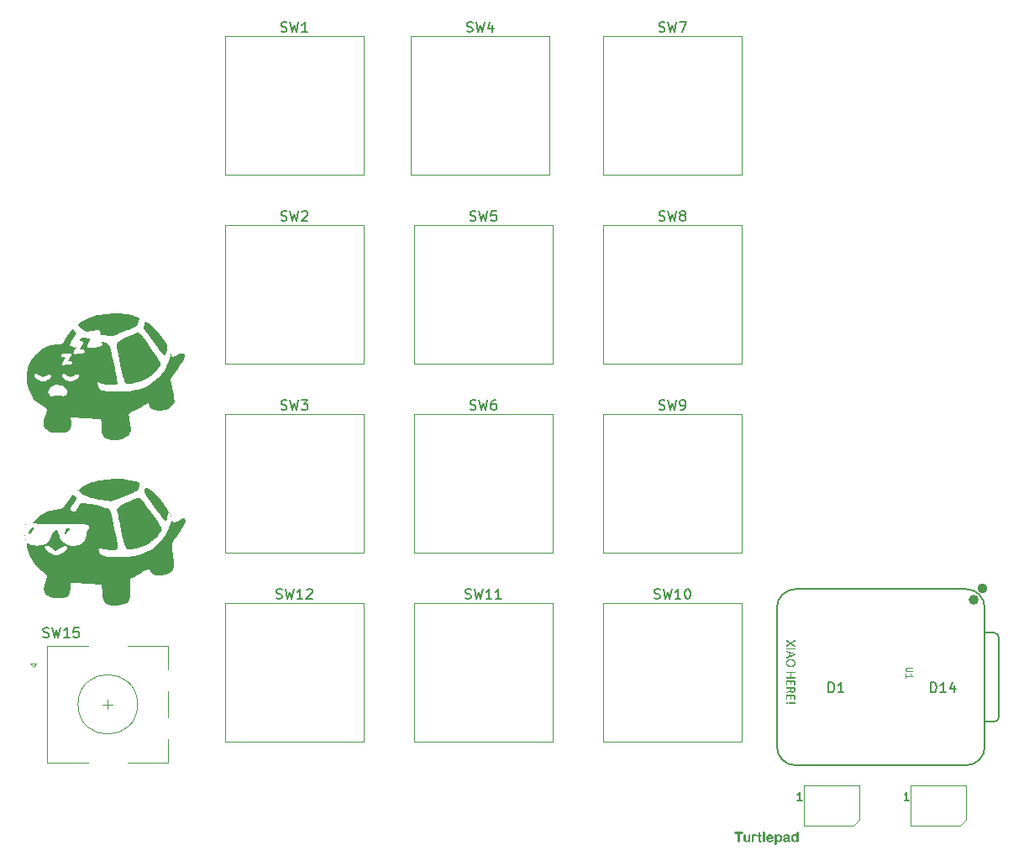
<source format=gbr>
%TF.GenerationSoftware,KiCad,Pcbnew,8.0.8*%
%TF.CreationDate,2025-03-24T18:51:02-07:00*%
%TF.ProjectId,Turtlepad,54757274-6c65-4706-9164-2e6b69636164,rev?*%
%TF.SameCoordinates,Original*%
%TF.FileFunction,Legend,Top*%
%TF.FilePolarity,Positive*%
%FSLAX46Y46*%
G04 Gerber Fmt 4.6, Leading zero omitted, Abs format (unit mm)*
G04 Created by KiCad (PCBNEW 8.0.8) date 2025-03-24 18:51:02*
%MOMM*%
%LPD*%
G01*
G04 APERTURE LIST*
%ADD10C,0.100000*%
%ADD11C,0.150000*%
%ADD12C,0.101600*%
%ADD13C,0.120000*%
%ADD14C,0.000000*%
%ADD15C,0.127000*%
%ADD16C,0.504000*%
G04 APERTURE END LIST*
D10*
G36*
X135609499Y-128174028D02*
G01*
X135394565Y-128174028D01*
X135394565Y-128887705D01*
X135388768Y-128938669D01*
X135366142Y-128983584D01*
X135364279Y-128985647D01*
X135322029Y-129012770D01*
X135285877Y-129018131D01*
X135236641Y-129007776D01*
X135206254Y-128985403D01*
X135182432Y-128941408D01*
X135175753Y-128891720D01*
X135175724Y-128887705D01*
X135175724Y-128174028D01*
X134961034Y-128174028D01*
X134912491Y-128167616D01*
X134877747Y-128148382D01*
X134852843Y-128105165D01*
X134850148Y-128080483D01*
X134862560Y-128031421D01*
X134878969Y-128011851D01*
X134924535Y-127990021D01*
X134961034Y-127986449D01*
X135609499Y-127986449D01*
X135658470Y-127992983D01*
X135693518Y-128012583D01*
X135718863Y-128055801D01*
X135721606Y-128080483D01*
X135709300Y-128128678D01*
X135693030Y-128148382D01*
X135647005Y-128170421D01*
X135609499Y-128174028D01*
G37*
G36*
X136261872Y-128908954D02*
G01*
X136261872Y-128907733D01*
X136225350Y-128943835D01*
X136203253Y-128961467D01*
X136160962Y-128987693D01*
X136120211Y-129003965D01*
X136071973Y-129014590D01*
X136021204Y-129018117D01*
X136017629Y-129018131D01*
X135967082Y-129014147D01*
X135916896Y-129000838D01*
X135891844Y-128989799D01*
X135850750Y-128963232D01*
X135815781Y-128926687D01*
X135805626Y-128911641D01*
X135784907Y-128862531D01*
X135774351Y-128812990D01*
X135769802Y-128761882D01*
X135769234Y-128733832D01*
X135769234Y-128357698D01*
X135775298Y-128308039D01*
X135796833Y-128267329D01*
X135838297Y-128240882D01*
X135869862Y-128236554D01*
X135918189Y-128247489D01*
X135944112Y-128267573D01*
X135967021Y-128311433D01*
X135972444Y-128357943D01*
X135972444Y-128662513D01*
X135974177Y-128712069D01*
X135981069Y-128763101D01*
X135982946Y-128771446D01*
X136002486Y-128817852D01*
X136020071Y-128838368D01*
X136065682Y-128859526D01*
X136092367Y-128861816D01*
X136141380Y-128853238D01*
X136177364Y-128834705D01*
X136213719Y-128801021D01*
X136235493Y-128763630D01*
X136246012Y-128711063D01*
X136249663Y-128657867D01*
X136250821Y-128605993D01*
X136250881Y-128589485D01*
X136250881Y-128357943D01*
X136257106Y-128308526D01*
X136279213Y-128267573D01*
X136321211Y-128240916D01*
X136352730Y-128236554D01*
X136400391Y-128247317D01*
X136425758Y-128267084D01*
X136448803Y-128313382D01*
X136453358Y-128356966D01*
X136453358Y-128903825D01*
X136446702Y-128953895D01*
X136426735Y-128990287D01*
X136385272Y-129016133D01*
X136358347Y-129019596D01*
X136309521Y-129006974D01*
X136288982Y-128990287D01*
X136265684Y-128944778D01*
X136261872Y-128908954D01*
G37*
G36*
X136787482Y-128735786D02*
G01*
X136787482Y-128894544D01*
X136781096Y-128945241D01*
X136758417Y-128986868D01*
X136716190Y-129013735D01*
X136684900Y-129018131D01*
X136636052Y-129005919D01*
X136612604Y-128986868D01*
X136589695Y-128942535D01*
X136584272Y-128895765D01*
X136584272Y-128371376D01*
X136589017Y-128318843D01*
X136609063Y-128270259D01*
X136649735Y-128241294D01*
X136683435Y-128236554D01*
X136731426Y-128246446D01*
X136756463Y-128267817D01*
X136777886Y-128312911D01*
X136780155Y-128330832D01*
X136810695Y-128291572D01*
X136838040Y-128266596D01*
X136884448Y-128243155D01*
X136933121Y-128236583D01*
X136936959Y-128236554D01*
X136986127Y-128241552D01*
X137034409Y-128256547D01*
X137056394Y-128266840D01*
X137096465Y-128297501D01*
X137114955Y-128345920D01*
X137115012Y-128349150D01*
X137100311Y-128397189D01*
X137088878Y-128409966D01*
X137045509Y-128432757D01*
X137032458Y-128433902D01*
X136983856Y-128421983D01*
X136981411Y-128421202D01*
X136931970Y-128409741D01*
X136912779Y-128408501D01*
X136865073Y-128419100D01*
X136850253Y-128429017D01*
X136820793Y-128469262D01*
X136812151Y-128491055D01*
X136799893Y-128540066D01*
X136792855Y-128591439D01*
X136789376Y-128643658D01*
X136787818Y-128694708D01*
X136787482Y-128735786D01*
G37*
G36*
X137225165Y-128267817D02*
G01*
X137237866Y-128267817D01*
X137237866Y-128158885D01*
X137238727Y-128109506D01*
X137240308Y-128083658D01*
X137253995Y-128036587D01*
X137254719Y-128035298D01*
X137289157Y-128000127D01*
X137337507Y-127986463D01*
X137339227Y-127986449D01*
X137386831Y-127999387D01*
X137409080Y-128016491D01*
X137434556Y-128059854D01*
X137435703Y-128065095D01*
X137440551Y-128114106D01*
X137441076Y-128143253D01*
X137441076Y-128267817D01*
X137501892Y-128267817D01*
X137551648Y-128278207D01*
X137568082Y-128289799D01*
X137590705Y-128333346D01*
X137591530Y-128345730D01*
X137575945Y-128393377D01*
X137558557Y-128406791D01*
X137510909Y-128421270D01*
X137468187Y-128424132D01*
X137441076Y-128424132D01*
X137441076Y-128751906D01*
X137442464Y-128802048D01*
X137443763Y-128815898D01*
X137458173Y-128849603D01*
X137496519Y-128861816D01*
X137540239Y-128855954D01*
X137585179Y-128850092D01*
X137631341Y-128870120D01*
X137651777Y-128915801D01*
X137651858Y-128919457D01*
X137635242Y-128966838D01*
X137599345Y-128993218D01*
X137549786Y-129009348D01*
X137497084Y-129016574D01*
X137452555Y-129018131D01*
X137400353Y-129015197D01*
X137352463Y-129005193D01*
X137314558Y-128988089D01*
X137277153Y-128954759D01*
X137254237Y-128911553D01*
X137252276Y-128905047D01*
X137242946Y-128856700D01*
X137238767Y-128807227D01*
X137237866Y-128766317D01*
X137237866Y-128424132D01*
X137221013Y-128424132D01*
X137172257Y-128414560D01*
X137153602Y-128401906D01*
X137130979Y-128358049D01*
X137130155Y-128345730D01*
X137146440Y-128298388D01*
X137154823Y-128289799D01*
X137201234Y-128269556D01*
X137225165Y-128267817D01*
G37*
G36*
X137711209Y-128895521D02*
G01*
X137711209Y-128077796D01*
X137717166Y-128028097D01*
X137738320Y-127986693D01*
X137779650Y-127959617D01*
X137811592Y-127955186D01*
X137859920Y-127966208D01*
X137885842Y-127986449D01*
X137908751Y-128030619D01*
X137914174Y-128077796D01*
X137914174Y-128895521D01*
X137907895Y-128945692D01*
X137885598Y-128987112D01*
X137843294Y-129013769D01*
X137811592Y-129018131D01*
X137762305Y-129005633D01*
X137739052Y-128986135D01*
X137716538Y-128941596D01*
X137711209Y-128895521D01*
G37*
G36*
X138484573Y-128239592D02*
G01*
X138534673Y-128248705D01*
X138586292Y-128266220D01*
X138622967Y-128285158D01*
X138665098Y-128314621D01*
X138700814Y-128348605D01*
X138732976Y-128391667D01*
X138743623Y-128410455D01*
X138764875Y-128458698D01*
X138778256Y-128507560D01*
X138783766Y-128557043D01*
X138783923Y-128567015D01*
X138777809Y-128617126D01*
X138750637Y-128660327D01*
X138740448Y-128666910D01*
X138692660Y-128683389D01*
X138639870Y-128689510D01*
X138621502Y-128689869D01*
X138262465Y-128689869D01*
X138268998Y-128740000D01*
X138287133Y-128786833D01*
X138317167Y-128828500D01*
X138350881Y-128854733D01*
X138398296Y-128873099D01*
X138438808Y-128877447D01*
X138487725Y-128872610D01*
X138497915Y-128870120D01*
X138543810Y-128850939D01*
X138550183Y-128847161D01*
X138590439Y-128818632D01*
X138597322Y-128812967D01*
X138635383Y-128779695D01*
X138653986Y-128762897D01*
X138700392Y-128748975D01*
X138748514Y-128763418D01*
X138752416Y-128766561D01*
X138772852Y-128812414D01*
X138772932Y-128816386D01*
X138760112Y-128863667D01*
X138751927Y-128878668D01*
X138719837Y-128919024D01*
X138689645Y-128945347D01*
X138646387Y-128972523D01*
X138601516Y-128992257D01*
X138586331Y-128997615D01*
X138537375Y-129010117D01*
X138487913Y-129016508D01*
X138444181Y-129018131D01*
X138388623Y-129015555D01*
X138337048Y-129007827D01*
X138289457Y-128994947D01*
X138237605Y-128972690D01*
X138191489Y-128943015D01*
X138157440Y-128912618D01*
X138122661Y-128870340D01*
X138095078Y-128822825D01*
X138074691Y-128770071D01*
X138063198Y-128722108D01*
X138056702Y-128670509D01*
X138055103Y-128626610D01*
X138057559Y-128574937D01*
X138059069Y-128564816D01*
X138263197Y-128564816D01*
X138586331Y-128564816D01*
X138577775Y-128512424D01*
X138558501Y-128465603D01*
X138537238Y-128437566D01*
X138497877Y-128408627D01*
X138449648Y-128394441D01*
X138424398Y-128392869D01*
X138374132Y-128400327D01*
X138328744Y-128425037D01*
X138314733Y-128438054D01*
X138285490Y-128480773D01*
X138268585Y-128530868D01*
X138263197Y-128564816D01*
X138059069Y-128564816D01*
X138064929Y-128525554D01*
X138078712Y-128473878D01*
X138080260Y-128469317D01*
X138100465Y-128421731D01*
X138126153Y-128379052D01*
X138154265Y-128344509D01*
X138190307Y-128311461D01*
X138231601Y-128284185D01*
X138273700Y-128264398D01*
X138324185Y-128248545D01*
X138373186Y-128239844D01*
X138425145Y-128236581D01*
X138430504Y-128236554D01*
X138484573Y-128239592D01*
G37*
G36*
X139051484Y-128246824D02*
G01*
X139074084Y-128265130D01*
X139096924Y-128309416D01*
X139101439Y-128349638D01*
X139101439Y-128350371D01*
X139137048Y-128312713D01*
X139178784Y-128281101D01*
X139200113Y-128268550D01*
X139246241Y-128249052D01*
X139296696Y-128238554D01*
X139332737Y-128236554D01*
X139381625Y-128240205D01*
X139433317Y-128252828D01*
X139482242Y-128274466D01*
X139496380Y-128282716D01*
X139535908Y-128312024D01*
X139570414Y-128348017D01*
X139599896Y-128390695D01*
X139614105Y-128417294D01*
X139633018Y-128463364D01*
X139646528Y-128513403D01*
X139654634Y-128567411D01*
X139657293Y-128617924D01*
X139657336Y-128625389D01*
X139654903Y-128679136D01*
X139647604Y-128730165D01*
X139635440Y-128778474D01*
X139632423Y-128787810D01*
X139613073Y-128836086D01*
X139589279Y-128878821D01*
X139563791Y-128912862D01*
X139528917Y-128947518D01*
X139486022Y-128977698D01*
X139460720Y-128990776D01*
X139414787Y-129007445D01*
X139366381Y-129016421D01*
X139332737Y-129018131D01*
X139283717Y-129014983D01*
X139235745Y-129004246D01*
X139194007Y-128985891D01*
X139151747Y-128957640D01*
X139113359Y-128922618D01*
X139101439Y-128908954D01*
X139101439Y-129168096D01*
X139096764Y-129219297D01*
X139077015Y-129266648D01*
X139036944Y-129294879D01*
X139003742Y-129299499D01*
X138953649Y-129289573D01*
X138927538Y-129264328D01*
X138912331Y-129215796D01*
X138908731Y-129165654D01*
X138908731Y-128629785D01*
X139110476Y-128629785D01*
X139113651Y-128681992D01*
X139124814Y-128733280D01*
X139146643Y-128781022D01*
X139161278Y-128801243D01*
X139199033Y-128835729D01*
X139246672Y-128857024D01*
X139286819Y-128861816D01*
X139337077Y-128852602D01*
X139368885Y-128835682D01*
X139404973Y-128800072D01*
X139429946Y-128756058D01*
X139445127Y-128708850D01*
X139452271Y-128658618D01*
X139453393Y-128626366D01*
X139450302Y-128573953D01*
X139439976Y-128524148D01*
X139431411Y-128500336D01*
X139407207Y-128456755D01*
X139371083Y-128420469D01*
X139325668Y-128398152D01*
X139286819Y-128392869D01*
X139234509Y-128401250D01*
X139188588Y-128426392D01*
X139161523Y-128452465D01*
X139134603Y-128495388D01*
X139118901Y-128543727D01*
X139111722Y-128594415D01*
X139110476Y-128629785D01*
X138908731Y-128629785D01*
X138908731Y-128350127D01*
X138915082Y-128300179D01*
X138934133Y-128264153D01*
X138977948Y-128237927D01*
X139003742Y-128235088D01*
X139051484Y-128246824D01*
G37*
G36*
X140160512Y-128238003D02*
G01*
X140214135Y-128243209D01*
X140266615Y-128253590D01*
X140306289Y-128266840D01*
X140351417Y-128291707D01*
X140389060Y-128328447D01*
X140409359Y-128362583D01*
X140426602Y-128412573D01*
X140435386Y-128460643D01*
X140439379Y-128515166D01*
X140439645Y-128534774D01*
X140439605Y-128585248D01*
X140439458Y-128635273D01*
X140439401Y-128647126D01*
X140439004Y-128699137D01*
X140438424Y-128749952D01*
X140442235Y-128799730D01*
X140452666Y-128848416D01*
X140455765Y-128859129D01*
X140468955Y-128906451D01*
X140473351Y-128934112D01*
X140455313Y-128980843D01*
X140443798Y-128992486D01*
X140399467Y-129015627D01*
X140376875Y-129018131D01*
X140330118Y-129001782D01*
X140315082Y-128989066D01*
X140282452Y-128951190D01*
X140257929Y-128914572D01*
X140215071Y-128945616D01*
X140171462Y-128971580D01*
X140131167Y-128990776D01*
X140084822Y-129006350D01*
X140034782Y-129015460D01*
X139986086Y-129018131D01*
X139937286Y-129014668D01*
X139888788Y-129002990D01*
X139855661Y-128988822D01*
X139814052Y-128961582D01*
X139778709Y-128924583D01*
X139768466Y-128909443D01*
X139747596Y-128863782D01*
X139738413Y-128814848D01*
X139737936Y-128800266D01*
X139739739Y-128784635D01*
X139941634Y-128784635D01*
X139955718Y-128832166D01*
X139971432Y-128850336D01*
X140016426Y-128873635D01*
X140050567Y-128877447D01*
X140102163Y-128871707D01*
X140149485Y-128854488D01*
X140190791Y-128826441D01*
X140215675Y-128795626D01*
X140233206Y-128746091D01*
X140239240Y-128694827D01*
X140240099Y-128661536D01*
X140240099Y-128646393D01*
X140189858Y-128660733D01*
X140139621Y-128672182D01*
X140129946Y-128674237D01*
X140081567Y-128684449D01*
X140032116Y-128695592D01*
X140021746Y-128698173D01*
X139976698Y-128719345D01*
X139967036Y-128726749D01*
X139942850Y-128769259D01*
X139941634Y-128784635D01*
X139739739Y-128784635D01*
X139743910Y-128748464D01*
X139761832Y-128702203D01*
X139788494Y-128664956D01*
X139827640Y-128630890D01*
X139870840Y-128607534D01*
X139921292Y-128591429D01*
X139926735Y-128590218D01*
X139976302Y-128580111D01*
X140015396Y-128572388D01*
X140065633Y-128562107D01*
X140113546Y-128551744D01*
X140136540Y-128546498D01*
X140184300Y-128534810D01*
X140233240Y-128521726D01*
X140239855Y-128519876D01*
X140233130Y-128470101D01*
X140212255Y-128424377D01*
X140167270Y-128398900D01*
X140118131Y-128392992D01*
X140108452Y-128392869D01*
X140057699Y-128395933D01*
X140008847Y-128409184D01*
X140004405Y-128411432D01*
X139965097Y-128442363D01*
X139944809Y-128468340D01*
X139916337Y-128509637D01*
X139907440Y-128520853D01*
X139859268Y-128534761D01*
X139856882Y-128534774D01*
X139808439Y-128520761D01*
X139796798Y-128511816D01*
X139772613Y-128468042D01*
X139771397Y-128452953D01*
X139779393Y-128403787D01*
X139801286Y-128359255D01*
X139807789Y-128349883D01*
X139843888Y-128312382D01*
X139884634Y-128285311D01*
X139920141Y-128268306D01*
X139971146Y-128251562D01*
X140023086Y-128241794D01*
X140074057Y-128237329D01*
X140108208Y-128236554D01*
X140160512Y-128238003D01*
G37*
G36*
X141269499Y-127966826D02*
G01*
X141291320Y-127984984D01*
X141312325Y-128029464D01*
X141316477Y-128070713D01*
X141316477Y-128902604D01*
X141309700Y-128952491D01*
X141289366Y-128988822D01*
X141247372Y-129014668D01*
X141220001Y-129018131D01*
X141171175Y-129005509D01*
X141150636Y-128988822D01*
X141127338Y-128942836D01*
X141123616Y-128907142D01*
X141089625Y-128940705D01*
X141060999Y-128963176D01*
X141016795Y-128989306D01*
X140979422Y-129003965D01*
X140930436Y-129015018D01*
X140883435Y-129018131D01*
X140832854Y-129013975D01*
X140785157Y-129001507D01*
X140754963Y-128988578D01*
X140713049Y-128962909D01*
X140675599Y-128930234D01*
X140653114Y-128904558D01*
X140623976Y-128861098D01*
X140602396Y-128816674D01*
X140588389Y-128777063D01*
X140575874Y-128725442D01*
X140569005Y-128676059D01*
X140566627Y-128628319D01*
X140770350Y-128628319D01*
X140773063Y-128677661D01*
X140783265Y-128728978D01*
X140793309Y-128756791D01*
X140818429Y-128800279D01*
X140855591Y-128835682D01*
X140901993Y-128856813D01*
X140941076Y-128861816D01*
X140991677Y-128853933D01*
X141027294Y-128836903D01*
X141064213Y-128802713D01*
X141089576Y-128759722D01*
X141104915Y-128712820D01*
X141112134Y-128661655D01*
X141113267Y-128628319D01*
X141109936Y-128575620D01*
X141098807Y-128525274D01*
X141089576Y-128501069D01*
X141063876Y-128456962D01*
X141028774Y-128422219D01*
X141026317Y-128420469D01*
X140982209Y-128398934D01*
X140939855Y-128392869D01*
X140890658Y-128400865D01*
X140852172Y-128421202D01*
X140815926Y-128458283D01*
X140791844Y-128503023D01*
X140777151Y-128553452D01*
X140771106Y-128602110D01*
X140770350Y-128628319D01*
X140566627Y-128628319D01*
X140566429Y-128624339D01*
X140566407Y-128619038D01*
X140568554Y-128564712D01*
X140574994Y-128514238D01*
X140588389Y-128458754D01*
X140607967Y-128408817D01*
X140633727Y-128364427D01*
X140654335Y-128337915D01*
X140689274Y-128303468D01*
X140735007Y-128272288D01*
X140786092Y-128250808D01*
X140834141Y-128240117D01*
X140886121Y-128236554D01*
X140935471Y-128239392D01*
X140983860Y-128249071D01*
X141026073Y-128265619D01*
X141069728Y-128291615D01*
X141107820Y-128322772D01*
X141123525Y-128338892D01*
X141123525Y-128080483D01*
X141128999Y-128029746D01*
X141148438Y-127987426D01*
X141190608Y-127958996D01*
X141220001Y-127955186D01*
X141269499Y-127966826D01*
G37*
G36*
X140125156Y-109318785D02*
G01*
X140101220Y-109329531D01*
X140087298Y-109324891D01*
X140080459Y-109304619D01*
X140078750Y-109267249D01*
X140079726Y-109232811D01*
X140083390Y-109213272D01*
X140089985Y-109202281D01*
X140099999Y-109195931D01*
X140451220Y-108998094D01*
X140099999Y-108798059D01*
X140089496Y-108790487D01*
X140083146Y-108779252D01*
X140079726Y-108759713D01*
X140078750Y-108726740D01*
X140080459Y-108690836D01*
X140087298Y-108672762D01*
X140101220Y-108669343D01*
X140125156Y-108680090D01*
X140531087Y-108922379D01*
X140923341Y-108691081D01*
X140947521Y-108680334D01*
X140961932Y-108683265D01*
X140968282Y-108702560D01*
X140969747Y-108740418D01*
X140968770Y-108774123D01*
X140965351Y-108794640D01*
X140958512Y-108805630D01*
X140948498Y-108813202D01*
X140618282Y-109004200D01*
X140948498Y-109193732D01*
X140958512Y-109200571D01*
X140965351Y-109210585D01*
X140968770Y-109228903D01*
X140969747Y-109260411D01*
X140968038Y-109295093D01*
X140961443Y-109314388D01*
X140947521Y-109318785D01*
X140923341Y-109309259D01*
X140533774Y-109078450D01*
X140125156Y-109318785D01*
G37*
G36*
X140100487Y-109596977D02*
G01*
X140090962Y-109594046D01*
X140084611Y-109584521D01*
X140080459Y-109566203D01*
X140078750Y-109537871D01*
X140080459Y-109509538D01*
X140084611Y-109490976D01*
X140090962Y-109481450D01*
X140100487Y-109478764D01*
X140948010Y-109478764D01*
X140957291Y-109481695D01*
X140963886Y-109491953D01*
X140968038Y-109510515D01*
X140969747Y-109537871D01*
X140968038Y-109566203D01*
X140963886Y-109584521D01*
X140957291Y-109594046D01*
X140948010Y-109596977D01*
X140100487Y-109596977D01*
G37*
G36*
X140124911Y-109743523D02*
G01*
X140944346Y-110041499D01*
X140957047Y-110048827D01*
X140964618Y-110061771D01*
X140968526Y-110083753D01*
X140969747Y-110117947D01*
X140968526Y-110154339D01*
X140964618Y-110177543D01*
X140956803Y-110191220D01*
X140943858Y-110198792D01*
X140124179Y-110497012D01*
X140099999Y-110502874D01*
X140086077Y-110497501D01*
X140079971Y-110479427D01*
X140078750Y-110445477D01*
X140079726Y-110411527D01*
X140083146Y-110392232D01*
X140089496Y-110382462D01*
X140099754Y-110376845D01*
X140313223Y-110300641D01*
X140313223Y-110269622D01*
X140407012Y-110269622D01*
X140844695Y-110114528D01*
X140844695Y-110113795D01*
X140407012Y-109960655D01*
X140407012Y-110269622D01*
X140313223Y-110269622D01*
X140313223Y-109931102D01*
X140102441Y-109858073D01*
X140091939Y-109852700D01*
X140084367Y-109842686D01*
X140079971Y-109824123D01*
X140078750Y-109792860D01*
X140080459Y-109760376D01*
X140086810Y-109742302D01*
X140100731Y-109737417D01*
X140124911Y-109743523D01*
G37*
G36*
X140571143Y-110577002D02*
G01*
X140620480Y-110581764D01*
X140673065Y-110590918D01*
X140711827Y-110600815D01*
X140758532Y-110617231D01*
X140805577Y-110640138D01*
X140847518Y-110667959D01*
X140859105Y-110677263D01*
X140894244Y-110711496D01*
X140923944Y-110750689D01*
X140948206Y-110794843D01*
X140952406Y-110804270D01*
X140969794Y-110854378D01*
X140979937Y-110903717D01*
X140984864Y-110957074D01*
X140985379Y-110982079D01*
X140983022Y-111035417D01*
X140975951Y-111084698D01*
X140962565Y-111134696D01*
X140955581Y-111153293D01*
X140931863Y-111200446D01*
X140901680Y-111241827D01*
X140868631Y-111274437D01*
X140826164Y-111304770D01*
X140782047Y-111327286D01*
X140732683Y-111344984D01*
X140727459Y-111346489D01*
X140678246Y-111358059D01*
X140625131Y-111365843D01*
X140574642Y-111369583D01*
X140534751Y-111370425D01*
X140481643Y-111368822D01*
X140431253Y-111364013D01*
X140377812Y-111354772D01*
X140338624Y-111344779D01*
X140291625Y-111328501D01*
X140244207Y-111305746D01*
X140201846Y-111278078D01*
X140190124Y-111268820D01*
X140154575Y-111234845D01*
X140124560Y-111195814D01*
X140100079Y-111151726D01*
X140095846Y-111142302D01*
X140078587Y-111092170D01*
X140068519Y-111042769D01*
X140063629Y-110989310D01*
X140063247Y-110970599D01*
X140164723Y-110970599D01*
X140168157Y-111020943D01*
X140179738Y-111069280D01*
X140193788Y-111101025D01*
X140223314Y-111143427D01*
X140260600Y-111177881D01*
X140272678Y-111186266D01*
X140319054Y-111210923D01*
X140367475Y-111227456D01*
X140387472Y-111232183D01*
X140437481Y-111240518D01*
X140489688Y-111245006D01*
X140525714Y-111245861D01*
X140576834Y-111244273D01*
X140629705Y-111238921D01*
X140667375Y-111232427D01*
X140717855Y-111218728D01*
X140765726Y-111197304D01*
X140781192Y-111187975D01*
X140819440Y-111156600D01*
X140849553Y-111117183D01*
X140856663Y-111104444D01*
X140874216Y-111057905D01*
X140882477Y-111007719D01*
X140883774Y-110975240D01*
X140880311Y-110925261D01*
X140868633Y-110877387D01*
X140854465Y-110846035D01*
X140825293Y-110804208D01*
X140788641Y-110769767D01*
X140776796Y-110761283D01*
X140731135Y-110736365D01*
X140683126Y-110719507D01*
X140663223Y-110714633D01*
X140613718Y-110706000D01*
X140562289Y-110701352D01*
X140526935Y-110700467D01*
X140474002Y-110701996D01*
X140424013Y-110706585D01*
X140381122Y-110713411D01*
X140333838Y-110725776D01*
X140288350Y-110744753D01*
X140266328Y-110757375D01*
X140228294Y-110788490D01*
X140198394Y-110827553D01*
X140191345Y-110840173D01*
X140174108Y-110886796D01*
X140165997Y-110937560D01*
X140164723Y-110970599D01*
X140063247Y-110970599D01*
X140063118Y-110964249D01*
X140065494Y-110910045D01*
X140072623Y-110860093D01*
X140086119Y-110809574D01*
X140093160Y-110790836D01*
X140117185Y-110743602D01*
X140147617Y-110702313D01*
X140180843Y-110669936D01*
X140223594Y-110640050D01*
X140268168Y-110617839D01*
X140318180Y-110600351D01*
X140323481Y-110598861D01*
X140373438Y-110587527D01*
X140427414Y-110579902D01*
X140478766Y-110576238D01*
X140519364Y-110575414D01*
X140571143Y-110577002D01*
G37*
G36*
X140100487Y-112508596D02*
G01*
X140090962Y-112505910D01*
X140084611Y-112496140D01*
X140080459Y-112477822D01*
X140078750Y-112450222D01*
X140080459Y-112421402D01*
X140084367Y-112403572D01*
X140090717Y-112393802D01*
X140100243Y-112391115D01*
X140485170Y-112391115D01*
X140485170Y-111986649D01*
X140100243Y-111986649D01*
X140090717Y-111983718D01*
X140084367Y-111974193D01*
X140080459Y-111955875D01*
X140078750Y-111927543D01*
X140080459Y-111899210D01*
X140084611Y-111880648D01*
X140090962Y-111871122D01*
X140100487Y-111868436D01*
X140948010Y-111868436D01*
X140957291Y-111871122D01*
X140963886Y-111880648D01*
X140968038Y-111899210D01*
X140969747Y-111927543D01*
X140968038Y-111955875D01*
X140963886Y-111974193D01*
X140957291Y-111983718D01*
X140947521Y-111986649D01*
X140586775Y-111986649D01*
X140586775Y-112391115D01*
X140947521Y-112391115D01*
X140957291Y-112393802D01*
X140963886Y-112403572D01*
X140968038Y-112421402D01*
X140969747Y-112450222D01*
X140968038Y-112477822D01*
X140963886Y-112496140D01*
X140957291Y-112505910D01*
X140948010Y-112508596D01*
X140100487Y-112508596D01*
G37*
G36*
X140127354Y-113234486D02*
G01*
X140105616Y-113233021D01*
X140090229Y-113228136D01*
X140081436Y-113220320D01*
X140078750Y-113210306D01*
X140078750Y-112783858D01*
X140089252Y-112753816D01*
X140126865Y-112739894D01*
X140921632Y-112739894D01*
X140959001Y-112753816D01*
X140969747Y-112783858D01*
X140969747Y-113205665D01*
X140967061Y-113215435D01*
X140958024Y-113222762D01*
X140942636Y-113227159D01*
X140919922Y-113228868D01*
X140898184Y-113227159D01*
X140883285Y-113222762D01*
X140874737Y-113215435D01*
X140872050Y-113205665D01*
X140872050Y-112858108D01*
X140598498Y-112858108D01*
X140598498Y-113156084D01*
X140595323Y-113166098D01*
X140586530Y-113173670D01*
X140570899Y-113178066D01*
X140547940Y-113179531D01*
X140525958Y-113178066D01*
X140511304Y-113173670D01*
X140503244Y-113166098D01*
X140500801Y-113156084D01*
X140500801Y-112858108D01*
X140176447Y-112858108D01*
X140176447Y-113210306D01*
X140173760Y-113220320D01*
X140165211Y-113228136D01*
X140150068Y-113233021D01*
X140127354Y-113234486D01*
G37*
G36*
X140959001Y-113436719D02*
G01*
X140969747Y-113466761D01*
X140969747Y-113655561D01*
X140968438Y-113705756D01*
X140968038Y-113711492D01*
X140964374Y-113751792D01*
X140953017Y-113800275D01*
X140936530Y-113842651D01*
X140910291Y-113885159D01*
X140888170Y-113909085D01*
X140848290Y-113937325D01*
X140821248Y-113949141D01*
X140771083Y-113960685D01*
X140737961Y-113962574D01*
X140688736Y-113958355D01*
X140658826Y-113950606D01*
X140614612Y-113929071D01*
X140597033Y-113915924D01*
X140562071Y-113878729D01*
X140550382Y-113861702D01*
X140527261Y-113816982D01*
X140517165Y-113790871D01*
X140492497Y-113830683D01*
X140457082Y-113864144D01*
X140414238Y-113890629D01*
X140409210Y-113893209D01*
X140364926Y-113913954D01*
X140348394Y-113920808D01*
X140151290Y-114000432D01*
X140116363Y-114012644D01*
X140100976Y-114015575D01*
X140091206Y-114013376D01*
X140084123Y-114004584D01*
X140079971Y-113985289D01*
X140078750Y-113952316D01*
X140079971Y-113923007D01*
X140084611Y-113904933D01*
X140093160Y-113894186D01*
X140107082Y-113887836D01*
X140317619Y-113806014D01*
X140364216Y-113785738D01*
X140383565Y-113776217D01*
X140425436Y-113748447D01*
X140435344Y-113739336D01*
X140464218Y-113699808D01*
X140469050Y-113689266D01*
X140476626Y-113656293D01*
X140578959Y-113656293D01*
X140582834Y-113707213D01*
X140589950Y-113736894D01*
X140611611Y-113781590D01*
X140620969Y-113793558D01*
X140661013Y-113824146D01*
X140667619Y-113827019D01*
X140716434Y-113837504D01*
X140726237Y-113837766D01*
X140775994Y-113831148D01*
X140812455Y-113814319D01*
X140845960Y-113777971D01*
X140863258Y-113735917D01*
X140869852Y-113697082D01*
X140872031Y-113646892D01*
X140872050Y-113640418D01*
X140872050Y-113541011D01*
X140578959Y-113541011D01*
X140578959Y-113656293D01*
X140476626Y-113656293D01*
X140480498Y-113639441D01*
X140481262Y-113619901D01*
X140481262Y-113541011D01*
X140100731Y-113541011D01*
X140091206Y-113537836D01*
X140084611Y-113528066D01*
X140080459Y-113510236D01*
X140078750Y-113481904D01*
X140080459Y-113453328D01*
X140084611Y-113435009D01*
X140090962Y-113425484D01*
X140100731Y-113422797D01*
X140921876Y-113422797D01*
X140959001Y-113436719D01*
G37*
G36*
X140127354Y-114677473D02*
G01*
X140105616Y-114676007D01*
X140090229Y-114671122D01*
X140081436Y-114663307D01*
X140078750Y-114653293D01*
X140078750Y-114226845D01*
X140089252Y-114196803D01*
X140126865Y-114182881D01*
X140921632Y-114182881D01*
X140959001Y-114196803D01*
X140969747Y-114226845D01*
X140969747Y-114648652D01*
X140967061Y-114658422D01*
X140958024Y-114665749D01*
X140942636Y-114670145D01*
X140919922Y-114671855D01*
X140898184Y-114670145D01*
X140883285Y-114665749D01*
X140874737Y-114658422D01*
X140872050Y-114648652D01*
X140872050Y-114301095D01*
X140598498Y-114301095D01*
X140598498Y-114599071D01*
X140595323Y-114609085D01*
X140586530Y-114616656D01*
X140570899Y-114621053D01*
X140547940Y-114622518D01*
X140525958Y-114621053D01*
X140511304Y-114616656D01*
X140503244Y-114609085D01*
X140500801Y-114599071D01*
X140500801Y-114301095D01*
X140176447Y-114301095D01*
X140176447Y-114653293D01*
X140173760Y-114663307D01*
X140165211Y-114671122D01*
X140150068Y-114676007D01*
X140127354Y-114677473D01*
G37*
G36*
X140320306Y-115053363D02*
G01*
X140310292Y-115050920D01*
X140303209Y-115042127D01*
X140299057Y-115026496D01*
X140297591Y-115002316D01*
X140299057Y-114978380D01*
X140303209Y-114962504D01*
X140310292Y-114953956D01*
X140320306Y-114951513D01*
X140998812Y-114940034D01*
X141013711Y-114941988D01*
X141024458Y-114951757D01*
X141030320Y-114971053D01*
X141032274Y-115002316D01*
X141030075Y-115032846D01*
X141023725Y-115052141D01*
X141013467Y-115062155D01*
X140998812Y-115064842D01*
X140320306Y-115053363D01*
G37*
G36*
X140141276Y-115074612D02*
G01*
X140103907Y-115071436D01*
X140079971Y-115059713D01*
X140067026Y-115037487D01*
X140063118Y-115002316D01*
X140067026Y-114966901D01*
X140079971Y-114944674D01*
X140103907Y-114933195D01*
X140141276Y-114930264D01*
X140179378Y-114933195D01*
X140203313Y-114944674D01*
X140215525Y-114966901D01*
X140219433Y-115002316D01*
X140215525Y-115037487D01*
X140203313Y-115059713D01*
X140179378Y-115071436D01*
X140141276Y-115074612D01*
G37*
D11*
X127254167Y-66351950D02*
X127397024Y-66399569D01*
X127397024Y-66399569D02*
X127635119Y-66399569D01*
X127635119Y-66399569D02*
X127730357Y-66351950D01*
X127730357Y-66351950D02*
X127777976Y-66304330D01*
X127777976Y-66304330D02*
X127825595Y-66209092D01*
X127825595Y-66209092D02*
X127825595Y-66113854D01*
X127825595Y-66113854D02*
X127777976Y-66018616D01*
X127777976Y-66018616D02*
X127730357Y-65970997D01*
X127730357Y-65970997D02*
X127635119Y-65923378D01*
X127635119Y-65923378D02*
X127444643Y-65875759D01*
X127444643Y-65875759D02*
X127349405Y-65828140D01*
X127349405Y-65828140D02*
X127301786Y-65780521D01*
X127301786Y-65780521D02*
X127254167Y-65685283D01*
X127254167Y-65685283D02*
X127254167Y-65590045D01*
X127254167Y-65590045D02*
X127301786Y-65494807D01*
X127301786Y-65494807D02*
X127349405Y-65447188D01*
X127349405Y-65447188D02*
X127444643Y-65399569D01*
X127444643Y-65399569D02*
X127682738Y-65399569D01*
X127682738Y-65399569D02*
X127825595Y-65447188D01*
X128158929Y-65399569D02*
X128397024Y-66399569D01*
X128397024Y-66399569D02*
X128587500Y-65685283D01*
X128587500Y-65685283D02*
X128777976Y-66399569D01*
X128777976Y-66399569D02*
X129016072Y-65399569D01*
X129539881Y-65828140D02*
X129444643Y-65780521D01*
X129444643Y-65780521D02*
X129397024Y-65732902D01*
X129397024Y-65732902D02*
X129349405Y-65637664D01*
X129349405Y-65637664D02*
X129349405Y-65590045D01*
X129349405Y-65590045D02*
X129397024Y-65494807D01*
X129397024Y-65494807D02*
X129444643Y-65447188D01*
X129444643Y-65447188D02*
X129539881Y-65399569D01*
X129539881Y-65399569D02*
X129730357Y-65399569D01*
X129730357Y-65399569D02*
X129825595Y-65447188D01*
X129825595Y-65447188D02*
X129873214Y-65494807D01*
X129873214Y-65494807D02*
X129920833Y-65590045D01*
X129920833Y-65590045D02*
X129920833Y-65637664D01*
X129920833Y-65637664D02*
X129873214Y-65732902D01*
X129873214Y-65732902D02*
X129825595Y-65780521D01*
X129825595Y-65780521D02*
X129730357Y-65828140D01*
X129730357Y-65828140D02*
X129539881Y-65828140D01*
X129539881Y-65828140D02*
X129444643Y-65875759D01*
X129444643Y-65875759D02*
X129397024Y-65923378D01*
X129397024Y-65923378D02*
X129349405Y-66018616D01*
X129349405Y-66018616D02*
X129349405Y-66209092D01*
X129349405Y-66209092D02*
X129397024Y-66304330D01*
X129397024Y-66304330D02*
X129444643Y-66351950D01*
X129444643Y-66351950D02*
X129539881Y-66399569D01*
X129539881Y-66399569D02*
X129730357Y-66399569D01*
X129730357Y-66399569D02*
X129825595Y-66351950D01*
X129825595Y-66351950D02*
X129873214Y-66304330D01*
X129873214Y-66304330D02*
X129920833Y-66209092D01*
X129920833Y-66209092D02*
X129920833Y-66018616D01*
X129920833Y-66018616D02*
X129873214Y-65923378D01*
X129873214Y-65923378D02*
X129825595Y-65875759D01*
X129825595Y-65875759D02*
X129730357Y-65828140D01*
X154653214Y-113924569D02*
X154653214Y-112924569D01*
X154653214Y-112924569D02*
X154891309Y-112924569D01*
X154891309Y-112924569D02*
X155034166Y-112972188D01*
X155034166Y-112972188D02*
X155129404Y-113067426D01*
X155129404Y-113067426D02*
X155177023Y-113162664D01*
X155177023Y-113162664D02*
X155224642Y-113353140D01*
X155224642Y-113353140D02*
X155224642Y-113495997D01*
X155224642Y-113495997D02*
X155177023Y-113686473D01*
X155177023Y-113686473D02*
X155129404Y-113781711D01*
X155129404Y-113781711D02*
X155034166Y-113876950D01*
X155034166Y-113876950D02*
X154891309Y-113924569D01*
X154891309Y-113924569D02*
X154653214Y-113924569D01*
X156177023Y-113924569D02*
X155605595Y-113924569D01*
X155891309Y-113924569D02*
X155891309Y-112924569D01*
X155891309Y-112924569D02*
X155796071Y-113067426D01*
X155796071Y-113067426D02*
X155700833Y-113162664D01*
X155700833Y-113162664D02*
X155605595Y-113210283D01*
X157034166Y-113257902D02*
X157034166Y-113924569D01*
X156796071Y-112876950D02*
X156557976Y-113591235D01*
X156557976Y-113591235D02*
X157177023Y-113591235D01*
X152441071Y-124818545D02*
X151983928Y-124818545D01*
X152212500Y-124818545D02*
X152212500Y-124018545D01*
X152212500Y-124018545D02*
X152136309Y-124132830D01*
X152136309Y-124132830D02*
X152060119Y-124209021D01*
X152060119Y-124209021D02*
X151983928Y-124247116D01*
X89154167Y-85401950D02*
X89297024Y-85449569D01*
X89297024Y-85449569D02*
X89535119Y-85449569D01*
X89535119Y-85449569D02*
X89630357Y-85401950D01*
X89630357Y-85401950D02*
X89677976Y-85354330D01*
X89677976Y-85354330D02*
X89725595Y-85259092D01*
X89725595Y-85259092D02*
X89725595Y-85163854D01*
X89725595Y-85163854D02*
X89677976Y-85068616D01*
X89677976Y-85068616D02*
X89630357Y-85020997D01*
X89630357Y-85020997D02*
X89535119Y-84973378D01*
X89535119Y-84973378D02*
X89344643Y-84925759D01*
X89344643Y-84925759D02*
X89249405Y-84878140D01*
X89249405Y-84878140D02*
X89201786Y-84830521D01*
X89201786Y-84830521D02*
X89154167Y-84735283D01*
X89154167Y-84735283D02*
X89154167Y-84640045D01*
X89154167Y-84640045D02*
X89201786Y-84544807D01*
X89201786Y-84544807D02*
X89249405Y-84497188D01*
X89249405Y-84497188D02*
X89344643Y-84449569D01*
X89344643Y-84449569D02*
X89582738Y-84449569D01*
X89582738Y-84449569D02*
X89725595Y-84497188D01*
X90058929Y-84449569D02*
X90297024Y-85449569D01*
X90297024Y-85449569D02*
X90487500Y-84735283D01*
X90487500Y-84735283D02*
X90677976Y-85449569D01*
X90677976Y-85449569D02*
X90916072Y-84449569D01*
X91201786Y-84449569D02*
X91820833Y-84449569D01*
X91820833Y-84449569D02*
X91487500Y-84830521D01*
X91487500Y-84830521D02*
X91630357Y-84830521D01*
X91630357Y-84830521D02*
X91725595Y-84878140D01*
X91725595Y-84878140D02*
X91773214Y-84925759D01*
X91773214Y-84925759D02*
X91820833Y-85020997D01*
X91820833Y-85020997D02*
X91820833Y-85259092D01*
X91820833Y-85259092D02*
X91773214Y-85354330D01*
X91773214Y-85354330D02*
X91725595Y-85401950D01*
X91725595Y-85401950D02*
X91630357Y-85449569D01*
X91630357Y-85449569D02*
X91344643Y-85449569D01*
X91344643Y-85449569D02*
X91249405Y-85401950D01*
X91249405Y-85401950D02*
X91201786Y-85354330D01*
X88677976Y-104451950D02*
X88820833Y-104499569D01*
X88820833Y-104499569D02*
X89058928Y-104499569D01*
X89058928Y-104499569D02*
X89154166Y-104451950D01*
X89154166Y-104451950D02*
X89201785Y-104404330D01*
X89201785Y-104404330D02*
X89249404Y-104309092D01*
X89249404Y-104309092D02*
X89249404Y-104213854D01*
X89249404Y-104213854D02*
X89201785Y-104118616D01*
X89201785Y-104118616D02*
X89154166Y-104070997D01*
X89154166Y-104070997D02*
X89058928Y-104023378D01*
X89058928Y-104023378D02*
X88868452Y-103975759D01*
X88868452Y-103975759D02*
X88773214Y-103928140D01*
X88773214Y-103928140D02*
X88725595Y-103880521D01*
X88725595Y-103880521D02*
X88677976Y-103785283D01*
X88677976Y-103785283D02*
X88677976Y-103690045D01*
X88677976Y-103690045D02*
X88725595Y-103594807D01*
X88725595Y-103594807D02*
X88773214Y-103547188D01*
X88773214Y-103547188D02*
X88868452Y-103499569D01*
X88868452Y-103499569D02*
X89106547Y-103499569D01*
X89106547Y-103499569D02*
X89249404Y-103547188D01*
X89582738Y-103499569D02*
X89820833Y-104499569D01*
X89820833Y-104499569D02*
X90011309Y-103785283D01*
X90011309Y-103785283D02*
X90201785Y-104499569D01*
X90201785Y-104499569D02*
X90439881Y-103499569D01*
X91344642Y-104499569D02*
X90773214Y-104499569D01*
X91058928Y-104499569D02*
X91058928Y-103499569D01*
X91058928Y-103499569D02*
X90963690Y-103642426D01*
X90963690Y-103642426D02*
X90868452Y-103737664D01*
X90868452Y-103737664D02*
X90773214Y-103785283D01*
X91725595Y-103594807D02*
X91773214Y-103547188D01*
X91773214Y-103547188D02*
X91868452Y-103499569D01*
X91868452Y-103499569D02*
X92106547Y-103499569D01*
X92106547Y-103499569D02*
X92201785Y-103547188D01*
X92201785Y-103547188D02*
X92249404Y-103594807D01*
X92249404Y-103594807D02*
X92297023Y-103690045D01*
X92297023Y-103690045D02*
X92297023Y-103785283D01*
X92297023Y-103785283D02*
X92249404Y-103928140D01*
X92249404Y-103928140D02*
X91677976Y-104499569D01*
X91677976Y-104499569D02*
X92297023Y-104499569D01*
X126777976Y-104451950D02*
X126920833Y-104499569D01*
X126920833Y-104499569D02*
X127158928Y-104499569D01*
X127158928Y-104499569D02*
X127254166Y-104451950D01*
X127254166Y-104451950D02*
X127301785Y-104404330D01*
X127301785Y-104404330D02*
X127349404Y-104309092D01*
X127349404Y-104309092D02*
X127349404Y-104213854D01*
X127349404Y-104213854D02*
X127301785Y-104118616D01*
X127301785Y-104118616D02*
X127254166Y-104070997D01*
X127254166Y-104070997D02*
X127158928Y-104023378D01*
X127158928Y-104023378D02*
X126968452Y-103975759D01*
X126968452Y-103975759D02*
X126873214Y-103928140D01*
X126873214Y-103928140D02*
X126825595Y-103880521D01*
X126825595Y-103880521D02*
X126777976Y-103785283D01*
X126777976Y-103785283D02*
X126777976Y-103690045D01*
X126777976Y-103690045D02*
X126825595Y-103594807D01*
X126825595Y-103594807D02*
X126873214Y-103547188D01*
X126873214Y-103547188D02*
X126968452Y-103499569D01*
X126968452Y-103499569D02*
X127206547Y-103499569D01*
X127206547Y-103499569D02*
X127349404Y-103547188D01*
X127682738Y-103499569D02*
X127920833Y-104499569D01*
X127920833Y-104499569D02*
X128111309Y-103785283D01*
X128111309Y-103785283D02*
X128301785Y-104499569D01*
X128301785Y-104499569D02*
X128539881Y-103499569D01*
X129444642Y-104499569D02*
X128873214Y-104499569D01*
X129158928Y-104499569D02*
X129158928Y-103499569D01*
X129158928Y-103499569D02*
X129063690Y-103642426D01*
X129063690Y-103642426D02*
X128968452Y-103737664D01*
X128968452Y-103737664D02*
X128873214Y-103785283D01*
X130063690Y-103499569D02*
X130158928Y-103499569D01*
X130158928Y-103499569D02*
X130254166Y-103547188D01*
X130254166Y-103547188D02*
X130301785Y-103594807D01*
X130301785Y-103594807D02*
X130349404Y-103690045D01*
X130349404Y-103690045D02*
X130397023Y-103880521D01*
X130397023Y-103880521D02*
X130397023Y-104118616D01*
X130397023Y-104118616D02*
X130349404Y-104309092D01*
X130349404Y-104309092D02*
X130301785Y-104404330D01*
X130301785Y-104404330D02*
X130254166Y-104451950D01*
X130254166Y-104451950D02*
X130158928Y-104499569D01*
X130158928Y-104499569D02*
X130063690Y-104499569D01*
X130063690Y-104499569D02*
X129968452Y-104451950D01*
X129968452Y-104451950D02*
X129920833Y-104404330D01*
X129920833Y-104404330D02*
X129873214Y-104309092D01*
X129873214Y-104309092D02*
X129825595Y-104118616D01*
X129825595Y-104118616D02*
X129825595Y-103880521D01*
X129825595Y-103880521D02*
X129873214Y-103690045D01*
X129873214Y-103690045D02*
X129920833Y-103594807D01*
X129920833Y-103594807D02*
X129968452Y-103547188D01*
X129968452Y-103547188D02*
X130063690Y-103499569D01*
X127254167Y-47301950D02*
X127397024Y-47349569D01*
X127397024Y-47349569D02*
X127635119Y-47349569D01*
X127635119Y-47349569D02*
X127730357Y-47301950D01*
X127730357Y-47301950D02*
X127777976Y-47254330D01*
X127777976Y-47254330D02*
X127825595Y-47159092D01*
X127825595Y-47159092D02*
X127825595Y-47063854D01*
X127825595Y-47063854D02*
X127777976Y-46968616D01*
X127777976Y-46968616D02*
X127730357Y-46920997D01*
X127730357Y-46920997D02*
X127635119Y-46873378D01*
X127635119Y-46873378D02*
X127444643Y-46825759D01*
X127444643Y-46825759D02*
X127349405Y-46778140D01*
X127349405Y-46778140D02*
X127301786Y-46730521D01*
X127301786Y-46730521D02*
X127254167Y-46635283D01*
X127254167Y-46635283D02*
X127254167Y-46540045D01*
X127254167Y-46540045D02*
X127301786Y-46444807D01*
X127301786Y-46444807D02*
X127349405Y-46397188D01*
X127349405Y-46397188D02*
X127444643Y-46349569D01*
X127444643Y-46349569D02*
X127682738Y-46349569D01*
X127682738Y-46349569D02*
X127825595Y-46397188D01*
X128158929Y-46349569D02*
X128397024Y-47349569D01*
X128397024Y-47349569D02*
X128587500Y-46635283D01*
X128587500Y-46635283D02*
X128777976Y-47349569D01*
X128777976Y-47349569D02*
X129016072Y-46349569D01*
X129301786Y-46349569D02*
X129968452Y-46349569D01*
X129968452Y-46349569D02*
X129539881Y-47349569D01*
X108204167Y-66351950D02*
X108347024Y-66399569D01*
X108347024Y-66399569D02*
X108585119Y-66399569D01*
X108585119Y-66399569D02*
X108680357Y-66351950D01*
X108680357Y-66351950D02*
X108727976Y-66304330D01*
X108727976Y-66304330D02*
X108775595Y-66209092D01*
X108775595Y-66209092D02*
X108775595Y-66113854D01*
X108775595Y-66113854D02*
X108727976Y-66018616D01*
X108727976Y-66018616D02*
X108680357Y-65970997D01*
X108680357Y-65970997D02*
X108585119Y-65923378D01*
X108585119Y-65923378D02*
X108394643Y-65875759D01*
X108394643Y-65875759D02*
X108299405Y-65828140D01*
X108299405Y-65828140D02*
X108251786Y-65780521D01*
X108251786Y-65780521D02*
X108204167Y-65685283D01*
X108204167Y-65685283D02*
X108204167Y-65590045D01*
X108204167Y-65590045D02*
X108251786Y-65494807D01*
X108251786Y-65494807D02*
X108299405Y-65447188D01*
X108299405Y-65447188D02*
X108394643Y-65399569D01*
X108394643Y-65399569D02*
X108632738Y-65399569D01*
X108632738Y-65399569D02*
X108775595Y-65447188D01*
X109108929Y-65399569D02*
X109347024Y-66399569D01*
X109347024Y-66399569D02*
X109537500Y-65685283D01*
X109537500Y-65685283D02*
X109727976Y-66399569D01*
X109727976Y-66399569D02*
X109966072Y-65399569D01*
X110823214Y-65399569D02*
X110347024Y-65399569D01*
X110347024Y-65399569D02*
X110299405Y-65875759D01*
X110299405Y-65875759D02*
X110347024Y-65828140D01*
X110347024Y-65828140D02*
X110442262Y-65780521D01*
X110442262Y-65780521D02*
X110680357Y-65780521D01*
X110680357Y-65780521D02*
X110775595Y-65828140D01*
X110775595Y-65828140D02*
X110823214Y-65875759D01*
X110823214Y-65875759D02*
X110870833Y-65970997D01*
X110870833Y-65970997D02*
X110870833Y-66209092D01*
X110870833Y-66209092D02*
X110823214Y-66304330D01*
X110823214Y-66304330D02*
X110775595Y-66351950D01*
X110775595Y-66351950D02*
X110680357Y-66399569D01*
X110680357Y-66399569D02*
X110442262Y-66399569D01*
X110442262Y-66399569D02*
X110347024Y-66351950D01*
X110347024Y-66351950D02*
X110299405Y-66304330D01*
D12*
X152746520Y-111434940D02*
X152232473Y-111434940D01*
X152232473Y-111434940D02*
X152171997Y-111465178D01*
X152171997Y-111465178D02*
X152141759Y-111495416D01*
X152141759Y-111495416D02*
X152111520Y-111555892D01*
X152111520Y-111555892D02*
X152111520Y-111676845D01*
X152111520Y-111676845D02*
X152141759Y-111737321D01*
X152141759Y-111737321D02*
X152171997Y-111767559D01*
X152171997Y-111767559D02*
X152232473Y-111797797D01*
X152232473Y-111797797D02*
X152746520Y-111797797D01*
X152111520Y-112432797D02*
X152111520Y-112069940D01*
X152111520Y-112251368D02*
X152746520Y-112251368D01*
X152746520Y-112251368D02*
X152655806Y-112190892D01*
X152655806Y-112190892D02*
X152595330Y-112130416D01*
X152595330Y-112130416D02*
X152565092Y-112069940D01*
D11*
X107886667Y-47301950D02*
X108029524Y-47349569D01*
X108029524Y-47349569D02*
X108267619Y-47349569D01*
X108267619Y-47349569D02*
X108362857Y-47301950D01*
X108362857Y-47301950D02*
X108410476Y-47254330D01*
X108410476Y-47254330D02*
X108458095Y-47159092D01*
X108458095Y-47159092D02*
X108458095Y-47063854D01*
X108458095Y-47063854D02*
X108410476Y-46968616D01*
X108410476Y-46968616D02*
X108362857Y-46920997D01*
X108362857Y-46920997D02*
X108267619Y-46873378D01*
X108267619Y-46873378D02*
X108077143Y-46825759D01*
X108077143Y-46825759D02*
X107981905Y-46778140D01*
X107981905Y-46778140D02*
X107934286Y-46730521D01*
X107934286Y-46730521D02*
X107886667Y-46635283D01*
X107886667Y-46635283D02*
X107886667Y-46540045D01*
X107886667Y-46540045D02*
X107934286Y-46444807D01*
X107934286Y-46444807D02*
X107981905Y-46397188D01*
X107981905Y-46397188D02*
X108077143Y-46349569D01*
X108077143Y-46349569D02*
X108315238Y-46349569D01*
X108315238Y-46349569D02*
X108458095Y-46397188D01*
X108791429Y-46349569D02*
X109029524Y-47349569D01*
X109029524Y-47349569D02*
X109220000Y-46635283D01*
X109220000Y-46635283D02*
X109410476Y-47349569D01*
X109410476Y-47349569D02*
X109648572Y-46349569D01*
X110458095Y-46682902D02*
X110458095Y-47349569D01*
X110220000Y-46301950D02*
X109981905Y-47016235D01*
X109981905Y-47016235D02*
X110600952Y-47016235D01*
X107727976Y-104451950D02*
X107870833Y-104499569D01*
X107870833Y-104499569D02*
X108108928Y-104499569D01*
X108108928Y-104499569D02*
X108204166Y-104451950D01*
X108204166Y-104451950D02*
X108251785Y-104404330D01*
X108251785Y-104404330D02*
X108299404Y-104309092D01*
X108299404Y-104309092D02*
X108299404Y-104213854D01*
X108299404Y-104213854D02*
X108251785Y-104118616D01*
X108251785Y-104118616D02*
X108204166Y-104070997D01*
X108204166Y-104070997D02*
X108108928Y-104023378D01*
X108108928Y-104023378D02*
X107918452Y-103975759D01*
X107918452Y-103975759D02*
X107823214Y-103928140D01*
X107823214Y-103928140D02*
X107775595Y-103880521D01*
X107775595Y-103880521D02*
X107727976Y-103785283D01*
X107727976Y-103785283D02*
X107727976Y-103690045D01*
X107727976Y-103690045D02*
X107775595Y-103594807D01*
X107775595Y-103594807D02*
X107823214Y-103547188D01*
X107823214Y-103547188D02*
X107918452Y-103499569D01*
X107918452Y-103499569D02*
X108156547Y-103499569D01*
X108156547Y-103499569D02*
X108299404Y-103547188D01*
X108632738Y-103499569D02*
X108870833Y-104499569D01*
X108870833Y-104499569D02*
X109061309Y-103785283D01*
X109061309Y-103785283D02*
X109251785Y-104499569D01*
X109251785Y-104499569D02*
X109489881Y-103499569D01*
X110394642Y-104499569D02*
X109823214Y-104499569D01*
X110108928Y-104499569D02*
X110108928Y-103499569D01*
X110108928Y-103499569D02*
X110013690Y-103642426D01*
X110013690Y-103642426D02*
X109918452Y-103737664D01*
X109918452Y-103737664D02*
X109823214Y-103785283D01*
X111347023Y-104499569D02*
X110775595Y-104499569D01*
X111061309Y-104499569D02*
X111061309Y-103499569D01*
X111061309Y-103499569D02*
X110966071Y-103642426D01*
X110966071Y-103642426D02*
X110870833Y-103737664D01*
X110870833Y-103737664D02*
X110775595Y-103785283D01*
X127254167Y-85401950D02*
X127397024Y-85449569D01*
X127397024Y-85449569D02*
X127635119Y-85449569D01*
X127635119Y-85449569D02*
X127730357Y-85401950D01*
X127730357Y-85401950D02*
X127777976Y-85354330D01*
X127777976Y-85354330D02*
X127825595Y-85259092D01*
X127825595Y-85259092D02*
X127825595Y-85163854D01*
X127825595Y-85163854D02*
X127777976Y-85068616D01*
X127777976Y-85068616D02*
X127730357Y-85020997D01*
X127730357Y-85020997D02*
X127635119Y-84973378D01*
X127635119Y-84973378D02*
X127444643Y-84925759D01*
X127444643Y-84925759D02*
X127349405Y-84878140D01*
X127349405Y-84878140D02*
X127301786Y-84830521D01*
X127301786Y-84830521D02*
X127254167Y-84735283D01*
X127254167Y-84735283D02*
X127254167Y-84640045D01*
X127254167Y-84640045D02*
X127301786Y-84544807D01*
X127301786Y-84544807D02*
X127349405Y-84497188D01*
X127349405Y-84497188D02*
X127444643Y-84449569D01*
X127444643Y-84449569D02*
X127682738Y-84449569D01*
X127682738Y-84449569D02*
X127825595Y-84497188D01*
X128158929Y-84449569D02*
X128397024Y-85449569D01*
X128397024Y-85449569D02*
X128587500Y-84735283D01*
X128587500Y-84735283D02*
X128777976Y-85449569D01*
X128777976Y-85449569D02*
X129016072Y-84449569D01*
X129444643Y-85449569D02*
X129635119Y-85449569D01*
X129635119Y-85449569D02*
X129730357Y-85401950D01*
X129730357Y-85401950D02*
X129777976Y-85354330D01*
X129777976Y-85354330D02*
X129873214Y-85211473D01*
X129873214Y-85211473D02*
X129920833Y-85020997D01*
X129920833Y-85020997D02*
X129920833Y-84640045D01*
X129920833Y-84640045D02*
X129873214Y-84544807D01*
X129873214Y-84544807D02*
X129825595Y-84497188D01*
X129825595Y-84497188D02*
X129730357Y-84449569D01*
X129730357Y-84449569D02*
X129539881Y-84449569D01*
X129539881Y-84449569D02*
X129444643Y-84497188D01*
X129444643Y-84497188D02*
X129397024Y-84544807D01*
X129397024Y-84544807D02*
X129349405Y-84640045D01*
X129349405Y-84640045D02*
X129349405Y-84878140D01*
X129349405Y-84878140D02*
X129397024Y-84973378D01*
X129397024Y-84973378D02*
X129444643Y-85020997D01*
X129444643Y-85020997D02*
X129539881Y-85068616D01*
X129539881Y-85068616D02*
X129730357Y-85068616D01*
X129730357Y-85068616D02*
X129825595Y-85020997D01*
X129825595Y-85020997D02*
X129873214Y-84973378D01*
X129873214Y-84973378D02*
X129920833Y-84878140D01*
X89154167Y-47301950D02*
X89297024Y-47349569D01*
X89297024Y-47349569D02*
X89535119Y-47349569D01*
X89535119Y-47349569D02*
X89630357Y-47301950D01*
X89630357Y-47301950D02*
X89677976Y-47254330D01*
X89677976Y-47254330D02*
X89725595Y-47159092D01*
X89725595Y-47159092D02*
X89725595Y-47063854D01*
X89725595Y-47063854D02*
X89677976Y-46968616D01*
X89677976Y-46968616D02*
X89630357Y-46920997D01*
X89630357Y-46920997D02*
X89535119Y-46873378D01*
X89535119Y-46873378D02*
X89344643Y-46825759D01*
X89344643Y-46825759D02*
X89249405Y-46778140D01*
X89249405Y-46778140D02*
X89201786Y-46730521D01*
X89201786Y-46730521D02*
X89154167Y-46635283D01*
X89154167Y-46635283D02*
X89154167Y-46540045D01*
X89154167Y-46540045D02*
X89201786Y-46444807D01*
X89201786Y-46444807D02*
X89249405Y-46397188D01*
X89249405Y-46397188D02*
X89344643Y-46349569D01*
X89344643Y-46349569D02*
X89582738Y-46349569D01*
X89582738Y-46349569D02*
X89725595Y-46397188D01*
X90058929Y-46349569D02*
X90297024Y-47349569D01*
X90297024Y-47349569D02*
X90487500Y-46635283D01*
X90487500Y-46635283D02*
X90677976Y-47349569D01*
X90677976Y-47349569D02*
X90916072Y-46349569D01*
X91820833Y-47349569D02*
X91249405Y-47349569D01*
X91535119Y-47349569D02*
X91535119Y-46349569D01*
X91535119Y-46349569D02*
X91439881Y-46492426D01*
X91439881Y-46492426D02*
X91344643Y-46587664D01*
X91344643Y-46587664D02*
X91249405Y-46635283D01*
X108204167Y-85401950D02*
X108347024Y-85449569D01*
X108347024Y-85449569D02*
X108585119Y-85449569D01*
X108585119Y-85449569D02*
X108680357Y-85401950D01*
X108680357Y-85401950D02*
X108727976Y-85354330D01*
X108727976Y-85354330D02*
X108775595Y-85259092D01*
X108775595Y-85259092D02*
X108775595Y-85163854D01*
X108775595Y-85163854D02*
X108727976Y-85068616D01*
X108727976Y-85068616D02*
X108680357Y-85020997D01*
X108680357Y-85020997D02*
X108585119Y-84973378D01*
X108585119Y-84973378D02*
X108394643Y-84925759D01*
X108394643Y-84925759D02*
X108299405Y-84878140D01*
X108299405Y-84878140D02*
X108251786Y-84830521D01*
X108251786Y-84830521D02*
X108204167Y-84735283D01*
X108204167Y-84735283D02*
X108204167Y-84640045D01*
X108204167Y-84640045D02*
X108251786Y-84544807D01*
X108251786Y-84544807D02*
X108299405Y-84497188D01*
X108299405Y-84497188D02*
X108394643Y-84449569D01*
X108394643Y-84449569D02*
X108632738Y-84449569D01*
X108632738Y-84449569D02*
X108775595Y-84497188D01*
X109108929Y-84449569D02*
X109347024Y-85449569D01*
X109347024Y-85449569D02*
X109537500Y-84735283D01*
X109537500Y-84735283D02*
X109727976Y-85449569D01*
X109727976Y-85449569D02*
X109966072Y-84449569D01*
X110775595Y-84449569D02*
X110585119Y-84449569D01*
X110585119Y-84449569D02*
X110489881Y-84497188D01*
X110489881Y-84497188D02*
X110442262Y-84544807D01*
X110442262Y-84544807D02*
X110347024Y-84687664D01*
X110347024Y-84687664D02*
X110299405Y-84878140D01*
X110299405Y-84878140D02*
X110299405Y-85259092D01*
X110299405Y-85259092D02*
X110347024Y-85354330D01*
X110347024Y-85354330D02*
X110394643Y-85401950D01*
X110394643Y-85401950D02*
X110489881Y-85449569D01*
X110489881Y-85449569D02*
X110680357Y-85449569D01*
X110680357Y-85449569D02*
X110775595Y-85401950D01*
X110775595Y-85401950D02*
X110823214Y-85354330D01*
X110823214Y-85354330D02*
X110870833Y-85259092D01*
X110870833Y-85259092D02*
X110870833Y-85020997D01*
X110870833Y-85020997D02*
X110823214Y-84925759D01*
X110823214Y-84925759D02*
X110775595Y-84878140D01*
X110775595Y-84878140D02*
X110680357Y-84830521D01*
X110680357Y-84830521D02*
X110489881Y-84830521D01*
X110489881Y-84830521D02*
X110394643Y-84878140D01*
X110394643Y-84878140D02*
X110347024Y-84925759D01*
X110347024Y-84925759D02*
X110299405Y-85020997D01*
X89154167Y-66351950D02*
X89297024Y-66399569D01*
X89297024Y-66399569D02*
X89535119Y-66399569D01*
X89535119Y-66399569D02*
X89630357Y-66351950D01*
X89630357Y-66351950D02*
X89677976Y-66304330D01*
X89677976Y-66304330D02*
X89725595Y-66209092D01*
X89725595Y-66209092D02*
X89725595Y-66113854D01*
X89725595Y-66113854D02*
X89677976Y-66018616D01*
X89677976Y-66018616D02*
X89630357Y-65970997D01*
X89630357Y-65970997D02*
X89535119Y-65923378D01*
X89535119Y-65923378D02*
X89344643Y-65875759D01*
X89344643Y-65875759D02*
X89249405Y-65828140D01*
X89249405Y-65828140D02*
X89201786Y-65780521D01*
X89201786Y-65780521D02*
X89154167Y-65685283D01*
X89154167Y-65685283D02*
X89154167Y-65590045D01*
X89154167Y-65590045D02*
X89201786Y-65494807D01*
X89201786Y-65494807D02*
X89249405Y-65447188D01*
X89249405Y-65447188D02*
X89344643Y-65399569D01*
X89344643Y-65399569D02*
X89582738Y-65399569D01*
X89582738Y-65399569D02*
X89725595Y-65447188D01*
X90058929Y-65399569D02*
X90297024Y-66399569D01*
X90297024Y-66399569D02*
X90487500Y-65685283D01*
X90487500Y-65685283D02*
X90677976Y-66399569D01*
X90677976Y-66399569D02*
X90916072Y-65399569D01*
X91249405Y-65494807D02*
X91297024Y-65447188D01*
X91297024Y-65447188D02*
X91392262Y-65399569D01*
X91392262Y-65399569D02*
X91630357Y-65399569D01*
X91630357Y-65399569D02*
X91725595Y-65447188D01*
X91725595Y-65447188D02*
X91773214Y-65494807D01*
X91773214Y-65494807D02*
X91820833Y-65590045D01*
X91820833Y-65590045D02*
X91820833Y-65685283D01*
X91820833Y-65685283D02*
X91773214Y-65828140D01*
X91773214Y-65828140D02*
X91201786Y-66399569D01*
X91201786Y-66399569D02*
X91820833Y-66399569D01*
X65177976Y-108344700D02*
X65320833Y-108392319D01*
X65320833Y-108392319D02*
X65558928Y-108392319D01*
X65558928Y-108392319D02*
X65654166Y-108344700D01*
X65654166Y-108344700D02*
X65701785Y-108297080D01*
X65701785Y-108297080D02*
X65749404Y-108201842D01*
X65749404Y-108201842D02*
X65749404Y-108106604D01*
X65749404Y-108106604D02*
X65701785Y-108011366D01*
X65701785Y-108011366D02*
X65654166Y-107963747D01*
X65654166Y-107963747D02*
X65558928Y-107916128D01*
X65558928Y-107916128D02*
X65368452Y-107868509D01*
X65368452Y-107868509D02*
X65273214Y-107820890D01*
X65273214Y-107820890D02*
X65225595Y-107773271D01*
X65225595Y-107773271D02*
X65177976Y-107678033D01*
X65177976Y-107678033D02*
X65177976Y-107582795D01*
X65177976Y-107582795D02*
X65225595Y-107487557D01*
X65225595Y-107487557D02*
X65273214Y-107439938D01*
X65273214Y-107439938D02*
X65368452Y-107392319D01*
X65368452Y-107392319D02*
X65606547Y-107392319D01*
X65606547Y-107392319D02*
X65749404Y-107439938D01*
X66082738Y-107392319D02*
X66320833Y-108392319D01*
X66320833Y-108392319D02*
X66511309Y-107678033D01*
X66511309Y-107678033D02*
X66701785Y-108392319D01*
X66701785Y-108392319D02*
X66939881Y-107392319D01*
X67844642Y-108392319D02*
X67273214Y-108392319D01*
X67558928Y-108392319D02*
X67558928Y-107392319D01*
X67558928Y-107392319D02*
X67463690Y-107535176D01*
X67463690Y-107535176D02*
X67368452Y-107630414D01*
X67368452Y-107630414D02*
X67273214Y-107678033D01*
X68749404Y-107392319D02*
X68273214Y-107392319D01*
X68273214Y-107392319D02*
X68225595Y-107868509D01*
X68225595Y-107868509D02*
X68273214Y-107820890D01*
X68273214Y-107820890D02*
X68368452Y-107773271D01*
X68368452Y-107773271D02*
X68606547Y-107773271D01*
X68606547Y-107773271D02*
X68701785Y-107820890D01*
X68701785Y-107820890D02*
X68749404Y-107868509D01*
X68749404Y-107868509D02*
X68797023Y-107963747D01*
X68797023Y-107963747D02*
X68797023Y-108201842D01*
X68797023Y-108201842D02*
X68749404Y-108297080D01*
X68749404Y-108297080D02*
X68701785Y-108344700D01*
X68701785Y-108344700D02*
X68606547Y-108392319D01*
X68606547Y-108392319D02*
X68368452Y-108392319D01*
X68368452Y-108392319D02*
X68273214Y-108344700D01*
X68273214Y-108344700D02*
X68225595Y-108297080D01*
X144341905Y-113924569D02*
X144341905Y-112924569D01*
X144341905Y-112924569D02*
X144580000Y-112924569D01*
X144580000Y-112924569D02*
X144722857Y-112972188D01*
X144722857Y-112972188D02*
X144818095Y-113067426D01*
X144818095Y-113067426D02*
X144865714Y-113162664D01*
X144865714Y-113162664D02*
X144913333Y-113353140D01*
X144913333Y-113353140D02*
X144913333Y-113495997D01*
X144913333Y-113495997D02*
X144865714Y-113686473D01*
X144865714Y-113686473D02*
X144818095Y-113781711D01*
X144818095Y-113781711D02*
X144722857Y-113876950D01*
X144722857Y-113876950D02*
X144580000Y-113924569D01*
X144580000Y-113924569D02*
X144341905Y-113924569D01*
X145865714Y-113924569D02*
X145294286Y-113924569D01*
X145580000Y-113924569D02*
X145580000Y-112924569D01*
X145580000Y-112924569D02*
X145484762Y-113067426D01*
X145484762Y-113067426D02*
X145389524Y-113162664D01*
X145389524Y-113162664D02*
X145294286Y-113210283D01*
X141653571Y-124818545D02*
X141196428Y-124818545D01*
X141425000Y-124818545D02*
X141425000Y-124018545D01*
X141425000Y-124018545D02*
X141348809Y-124132830D01*
X141348809Y-124132830D02*
X141272619Y-124209021D01*
X141272619Y-124209021D02*
X141196428Y-124247116D01*
D13*
%TO.C,SW8*%
X121602500Y-66833750D02*
X135572500Y-66833750D01*
X121602500Y-80803750D02*
X121602500Y-66833750D01*
X135572500Y-66833750D02*
X135572500Y-80803750D01*
X135572500Y-80803750D02*
X121602500Y-80803750D01*
%TO.C,D14*%
X152612500Y-123331250D02*
X152612500Y-127331250D01*
X152612500Y-123331250D02*
X158212500Y-123331250D01*
X152612500Y-127331250D02*
X157612500Y-127331250D01*
X158212500Y-126731250D02*
X157612500Y-127331250D01*
X158212500Y-126731250D02*
X158212500Y-123331250D01*
%TO.C,SW3*%
X83502500Y-85883750D02*
X97472500Y-85883750D01*
X83502500Y-99853750D02*
X83502500Y-85883750D01*
X97472500Y-85883750D02*
X97472500Y-99853750D01*
X97472500Y-99853750D02*
X83502500Y-99853750D01*
%TO.C,SW12*%
X83502500Y-104933750D02*
X97472500Y-104933750D01*
X83502500Y-118903750D02*
X83502500Y-104933750D01*
X97472500Y-104933750D02*
X97472500Y-118903750D01*
X97472500Y-118903750D02*
X83502500Y-118903750D01*
%TO.C,SW10*%
X121602500Y-104933750D02*
X135572500Y-104933750D01*
X121602500Y-118903750D02*
X121602500Y-104933750D01*
X135572500Y-104933750D02*
X135572500Y-118903750D01*
X135572500Y-118903750D02*
X121602500Y-118903750D01*
%TO.C,SW7*%
X121602500Y-47783750D02*
X135572500Y-47783750D01*
X121602500Y-61753750D02*
X121602500Y-47783750D01*
X135572500Y-47783750D02*
X135572500Y-61753750D01*
X135572500Y-61753750D02*
X121602500Y-61753750D01*
%TO.C,SW5*%
X102552500Y-66833750D02*
X116522500Y-66833750D01*
X102552500Y-80803750D02*
X102552500Y-66833750D01*
X116522500Y-66833750D02*
X116522500Y-80803750D01*
X116522500Y-80803750D02*
X102552500Y-80803750D01*
D14*
%TO.C,G\u002A\u002A\u002A*%
G36*
X63367266Y-98096916D02*
G01*
X63324791Y-98139250D01*
X63282316Y-98096916D01*
X63324791Y-98054583D01*
X63367266Y-98096916D01*
G37*
G36*
X63452216Y-96996250D02*
G01*
X63409741Y-97038583D01*
X63367266Y-96996250D01*
X63409741Y-96953916D01*
X63452216Y-96996250D01*
G37*
G36*
X63452216Y-98520250D02*
G01*
X63409741Y-98562583D01*
X63367266Y-98520250D01*
X63409741Y-98477916D01*
X63452216Y-98520250D01*
G37*
G36*
X68719106Y-93524916D02*
G01*
X68676631Y-93567250D01*
X68634156Y-93524916D01*
X68676631Y-93482583D01*
X68719106Y-93524916D01*
G37*
G36*
X77978638Y-95895583D02*
G01*
X77936163Y-95937916D01*
X77893688Y-95895583D01*
X77936163Y-95853250D01*
X77978638Y-95895583D01*
G37*
G36*
X78063587Y-96149583D02*
G01*
X78021112Y-96191916D01*
X77978638Y-96149583D01*
X78021112Y-96107250D01*
X78063587Y-96149583D01*
G37*
G36*
X78120221Y-96304805D02*
G01*
X78130387Y-96405285D01*
X78120221Y-96417694D01*
X78069718Y-96406072D01*
X78063587Y-96361250D01*
X78094669Y-96291559D01*
X78120221Y-96304805D01*
G37*
G36*
X64240164Y-97343351D02*
G01*
X64229101Y-97467201D01*
X64129812Y-97590723D01*
X64002953Y-97744632D01*
X63961915Y-97856038D01*
X63893635Y-97956822D01*
X63834490Y-97969916D01*
X63730716Y-97899330D01*
X63707066Y-97800583D01*
X63763105Y-97627818D01*
X63895252Y-97444586D01*
X64049544Y-97316195D01*
X64126801Y-97292583D01*
X64240164Y-97343351D01*
G37*
G36*
X67824075Y-97392587D02*
G01*
X67850725Y-97454128D01*
X67742557Y-97585167D01*
X67658615Y-97664891D01*
X67531705Y-97809544D01*
X67498127Y-97907740D01*
X67502873Y-97914849D01*
X67485633Y-97961841D01*
X67424058Y-97969916D01*
X67317502Y-97916951D01*
X67308902Y-97864083D01*
X67392271Y-97566140D01*
X67518672Y-97412260D01*
X67662957Y-97377250D01*
X67824075Y-97392587D01*
G37*
G36*
X75826727Y-93389208D02*
G01*
X76093850Y-93588423D01*
X76401122Y-93864381D01*
X76728149Y-94197355D01*
X77054540Y-94567618D01*
X77359902Y-94955441D01*
X77623843Y-95341099D01*
X77652549Y-95387583D01*
X77776158Y-95612747D01*
X77812779Y-95778089D01*
X77774763Y-95961154D01*
X77753695Y-96022583D01*
X77681526Y-96261098D01*
X77644575Y-96451532D01*
X77643633Y-96467083D01*
X77585190Y-96593072D01*
X77460612Y-96598091D01*
X77341079Y-96496037D01*
X77263851Y-96392347D01*
X77101816Y-96178339D01*
X76873377Y-95878198D01*
X76596940Y-95516115D01*
X76334651Y-95173365D01*
X75985102Y-94710747D01*
X75730993Y-94357499D01*
X75559254Y-94092687D01*
X75456817Y-93895382D01*
X75410613Y-93744652D01*
X75404600Y-93683761D01*
X75426247Y-93459070D01*
X75489827Y-93304897D01*
X75494493Y-93299914D01*
X75620144Y-93286462D01*
X75826727Y-93389208D01*
G37*
G36*
X73144253Y-92438346D02*
G01*
X73873978Y-92526197D01*
X74499927Y-92678115D01*
X74526237Y-92686939D01*
X74767424Y-92775196D01*
X74883476Y-92854217D01*
X74910565Y-92967938D01*
X74889992Y-93128807D01*
X74815055Y-93372439D01*
X74699230Y-93557312D01*
X74689550Y-93566549D01*
X74496590Y-93696187D01*
X74184215Y-93857827D01*
X73790568Y-94036439D01*
X73353792Y-94216995D01*
X72912028Y-94384466D01*
X72503419Y-94523822D01*
X72166107Y-94620035D01*
X71938235Y-94658075D01*
X71919543Y-94657999D01*
X71710781Y-94636519D01*
X71394944Y-94588233D01*
X71030959Y-94522412D01*
X70927801Y-94501973D01*
X70516635Y-94413187D01*
X70095861Y-94313290D01*
X69747844Y-94221960D01*
X69708477Y-94210645D01*
X69347047Y-94070863D01*
X69052997Y-93892532D01*
X68861035Y-93701133D01*
X68804056Y-93546654D01*
X68877283Y-93434354D01*
X69073729Y-93280543D01*
X69358539Y-93105778D01*
X69696859Y-92930620D01*
X70053835Y-92775629D01*
X70205728Y-92719843D01*
X70841490Y-92555308D01*
X71577102Y-92453289D01*
X72361659Y-92414172D01*
X73144253Y-92438346D01*
G37*
G36*
X74970655Y-94374092D02*
G01*
X75153250Y-94544251D01*
X75379788Y-94834808D01*
X75488770Y-94986532D01*
X75683474Y-95253218D01*
X75844704Y-95460787D01*
X75945110Y-95574457D01*
X75959488Y-95585138D01*
X76020162Y-95682610D01*
X76024791Y-95726250D01*
X76071567Y-95848840D01*
X76099076Y-95867361D01*
X76192395Y-95955561D01*
X76344925Y-96152461D01*
X76531735Y-96419652D01*
X76727890Y-96718726D01*
X76908460Y-97011276D01*
X77048509Y-97258892D01*
X77123107Y-97423169D01*
X77129139Y-97454127D01*
X77072572Y-97614090D01*
X76923907Y-97850088D01*
X76714699Y-98122032D01*
X76476503Y-98389829D01*
X76240873Y-98613389D01*
X76175495Y-98665766D01*
X75687433Y-98971576D01*
X75119111Y-99225438D01*
X74531322Y-99405579D01*
X73984860Y-99490226D01*
X73863211Y-99493916D01*
X73645737Y-99473217D01*
X73519804Y-99378799D01*
X73429644Y-99200676D01*
X73358634Y-98989009D01*
X73270334Y-98664977D01*
X73178938Y-98282616D01*
X73134935Y-98078843D01*
X73035139Y-97601336D01*
X72922927Y-97070371D01*
X72818780Y-96582726D01*
X72794979Y-96472337D01*
X72720870Y-96113093D01*
X72663431Y-95803333D01*
X72631016Y-95589640D01*
X72626798Y-95534595D01*
X72672278Y-95378498D01*
X72817850Y-95213470D01*
X73077214Y-95030680D01*
X73464068Y-94821298D01*
X73992112Y-94576490D01*
X74354976Y-94420472D01*
X74604674Y-94328756D01*
X74798848Y-94307778D01*
X74970655Y-94374092D01*
G37*
G36*
X68283752Y-94056086D02*
G01*
X68412029Y-94199335D01*
X68415045Y-94203885D01*
X68488268Y-94329607D01*
X68502886Y-94438208D01*
X68447656Y-94577590D01*
X68311330Y-94795656D01*
X68256874Y-94877672D01*
X68051339Y-95194870D01*
X67936704Y-95401846D01*
X67904163Y-95525486D01*
X67944910Y-95592678D01*
X68013465Y-95620850D01*
X68219584Y-95688751D01*
X68296403Y-95718363D01*
X68398565Y-95701939D01*
X68523992Y-95560901D01*
X68678678Y-95296922D01*
X68931480Y-94821823D01*
X69398704Y-94862531D01*
X69677391Y-94899850D01*
X70063537Y-94968729D01*
X70500101Y-95058376D01*
X70823498Y-95132078D01*
X71243922Y-95236329D01*
X71529398Y-95319760D01*
X71711384Y-95395701D01*
X71821340Y-95477483D01*
X71890726Y-95578436D01*
X71894550Y-95585917D01*
X71959255Y-95765692D01*
X72046081Y-96079550D01*
X72148143Y-96494727D01*
X72258559Y-96978459D01*
X72370445Y-97497981D01*
X72476918Y-98020530D01*
X72571096Y-98513340D01*
X72646094Y-98943648D01*
X72695029Y-99278689D01*
X72711106Y-99472750D01*
X72634319Y-99528453D01*
X72431375Y-99562786D01*
X72144605Y-99576136D01*
X71816345Y-99568888D01*
X71488928Y-99541427D01*
X71204688Y-99494141D01*
X71076464Y-99457844D01*
X70872510Y-99392258D01*
X70781481Y-99396162D01*
X70758352Y-99476659D01*
X70757902Y-99508098D01*
X70796218Y-99699288D01*
X70883486Y-99913702D01*
X70976979Y-100043606D01*
X71119095Y-100139445D01*
X71333373Y-100205790D01*
X71643354Y-100247210D01*
X72072577Y-100268273D01*
X72644580Y-100273550D01*
X72735993Y-100273295D01*
X73614302Y-100244179D01*
X74361053Y-100158167D01*
X75007656Y-100006235D01*
X75585520Y-99779357D01*
X76126056Y-99468508D01*
X76507014Y-99189815D01*
X77042311Y-98683295D01*
X77472611Y-98085325D01*
X77820504Y-97363776D01*
X77856752Y-97270094D01*
X77988070Y-96927152D01*
X78075478Y-96720381D01*
X78134252Y-96627224D01*
X78179668Y-96625123D01*
X78227001Y-96691521D01*
X78236818Y-96708855D01*
X78294821Y-96772412D01*
X78391977Y-96776436D01*
X78565957Y-96713349D01*
X78823690Y-96590787D01*
X79119357Y-96455371D01*
X79307527Y-96400498D01*
X79424950Y-96417245D01*
X79455084Y-96437500D01*
X79527204Y-96542753D01*
X79529792Y-96696491D01*
X79455413Y-96914761D01*
X79296629Y-97213612D01*
X79046004Y-97609090D01*
X78696101Y-98117245D01*
X78639746Y-98196915D01*
X78371843Y-98601705D01*
X78210417Y-98935917D01*
X78145346Y-99252135D01*
X78166506Y-99602940D01*
X78263774Y-100040918D01*
X78275962Y-100086583D01*
X78389733Y-100700032D01*
X78373567Y-101208005D01*
X78228868Y-101608228D01*
X77957036Y-101898423D01*
X77559473Y-102076316D01*
X77037582Y-102139631D01*
X77011164Y-102139750D01*
X76603774Y-102127082D01*
X76328277Y-102079159D01*
X76147901Y-101981101D01*
X76025876Y-101818029D01*
X75981762Y-101723202D01*
X75856670Y-101424811D01*
X75324844Y-101731863D01*
X74975425Y-101928961D01*
X74607032Y-102129605D01*
X74350992Y-102263784D01*
X73908965Y-102488654D01*
X73960231Y-103442084D01*
X73977537Y-103942374D01*
X73959128Y-104306639D01*
X73892896Y-104566540D01*
X73766732Y-104753744D01*
X73568525Y-104899913D01*
X73363487Y-105002485D01*
X73008609Y-105107289D01*
X72574009Y-105156796D01*
X72130301Y-105149343D01*
X71748101Y-105083268D01*
X71635326Y-105043159D01*
X71444965Y-104937921D01*
X71312698Y-104794354D01*
X71224664Y-104579298D01*
X71167001Y-104259593D01*
X71127738Y-103828889D01*
X71074047Y-103075005D01*
X69790389Y-102977247D01*
X69318593Y-102942673D01*
X68887135Y-102913548D01*
X68533759Y-102892236D01*
X68296209Y-102881106D01*
X68240231Y-102880036D01*
X67973730Y-102880583D01*
X67940145Y-103472978D01*
X67893341Y-103892632D01*
X67809575Y-104148700D01*
X67769557Y-104201919D01*
X67530635Y-104339134D01*
X67180083Y-104418087D01*
X66765374Y-104439914D01*
X66333983Y-104405753D01*
X65933384Y-104316740D01*
X65611049Y-104174011D01*
X65574233Y-104149356D01*
X65384294Y-103975751D01*
X65284411Y-103768026D01*
X65269759Y-103492124D01*
X65335512Y-103113993D01*
X65394884Y-102883747D01*
X65479711Y-102565202D01*
X65543256Y-102307426D01*
X65574493Y-102155740D01*
X65575962Y-102139489D01*
X65511710Y-102053185D01*
X65340785Y-101898896D01*
X65095933Y-101705410D01*
X65009728Y-101641674D01*
X64505407Y-101196545D01*
X64086117Y-100670754D01*
X63772155Y-100099546D01*
X63583814Y-99518166D01*
X63558823Y-99285796D01*
X65338872Y-99285796D01*
X65395884Y-99462501D01*
X65603206Y-99676394D01*
X65948437Y-99915926D01*
X66124309Y-100017400D01*
X66385648Y-100110392D01*
X66652887Y-100085760D01*
X66963859Y-99935911D01*
X67146875Y-99812157D01*
X67437490Y-99575539D01*
X67577899Y-99390424D01*
X67575959Y-99246219D01*
X67571867Y-99239246D01*
X67471883Y-99165316D01*
X67304273Y-99186708D01*
X67045131Y-99309509D01*
X66856806Y-99421315D01*
X66427365Y-99687381D01*
X66026550Y-99376150D01*
X65718618Y-99169360D01*
X65503245Y-99100996D01*
X65375975Y-99170473D01*
X65338872Y-99285796D01*
X63558823Y-99285796D01*
X63537166Y-99084427D01*
X63542783Y-98892418D01*
X63580251Y-98845575D01*
X63680500Y-98919731D01*
X63711874Y-98947920D01*
X63928020Y-99061762D01*
X64280987Y-99127792D01*
X64429715Y-99139970D01*
X64979059Y-99115451D01*
X65425232Y-98969024D01*
X65758578Y-98705187D01*
X65923530Y-98444548D01*
X66021324Y-98202060D01*
X66078153Y-98007389D01*
X66083795Y-97961872D01*
X66150715Y-97788074D01*
X66303701Y-97644944D01*
X66478208Y-97584730D01*
X66537366Y-97594696D01*
X66631259Y-97651267D01*
X66698620Y-97762364D01*
X66758608Y-97970345D01*
X66804096Y-98184389D01*
X66959561Y-98550482D01*
X67248825Y-98845559D01*
X67644224Y-99051308D01*
X68118098Y-99149414D01*
X68270391Y-99155118D01*
X68756688Y-99086830D01*
X69139959Y-98890044D01*
X69408173Y-98576356D01*
X69549302Y-98157361D01*
X69568472Y-97903759D01*
X69598951Y-97622765D01*
X69691301Y-97494464D01*
X69696029Y-97492534D01*
X69795739Y-97379035D01*
X69823454Y-97245028D01*
X69803476Y-97144582D01*
X69731650Y-97067824D01*
X69590133Y-97012672D01*
X69361085Y-96977048D01*
X69026663Y-96958871D01*
X68569026Y-96956061D01*
X67970332Y-96966539D01*
X67535865Y-96978341D01*
X66947556Y-96991104D01*
X66348707Y-96996093D01*
X65786330Y-96993476D01*
X65307436Y-96983417D01*
X65005539Y-96969436D01*
X64137792Y-96911583D01*
X64311446Y-96638934D01*
X64472851Y-96450775D01*
X64723960Y-96226966D01*
X64989015Y-96030905D01*
X65283076Y-95853538D01*
X65581069Y-95720700D01*
X65927587Y-95618395D01*
X66367225Y-95532627D01*
X66765260Y-95473421D01*
X66946474Y-95441512D01*
X67085733Y-95385388D01*
X67215493Y-95276714D01*
X67368210Y-95087154D01*
X67576338Y-94788374D01*
X67614758Y-94731772D01*
X67823460Y-94434546D01*
X68005010Y-94195304D01*
X68134223Y-94046260D01*
X68176344Y-94013469D01*
X68283752Y-94056086D01*
G37*
D15*
%TO.C,U1*%
X139128500Y-105410000D02*
X139128500Y-119380000D01*
X141033500Y-103505000D02*
X158178500Y-103505000D01*
X141033500Y-121285000D02*
X158178500Y-121285000D01*
X160083500Y-107900000D02*
X160993772Y-107903728D01*
D10*
X160083500Y-119380000D02*
X160083500Y-105410000D01*
D15*
X160083500Y-119380000D02*
X160083500Y-105410000D01*
X160993500Y-116899000D02*
X160083500Y-116899000D01*
X161493500Y-108403728D02*
X161493500Y-116399000D01*
X139128500Y-105410000D02*
G75*
G02*
X141033500Y-103505000I1905001J-1D01*
G01*
X141033500Y-121285000D02*
G75*
G02*
X139128500Y-119380000I0J1905000D01*
G01*
X158178500Y-103505000D02*
G75*
G02*
X160083500Y-105410000I-1J-1905001D01*
G01*
X160083500Y-119380000D02*
G75*
G02*
X158178500Y-121285000I-1905000J0D01*
G01*
X160993772Y-107903728D02*
G75*
G02*
X161493499Y-108403728I-291J-500018D01*
G01*
X161493500Y-116399000D02*
G75*
G02*
X160993500Y-116899000I-500000J0D01*
G01*
D16*
X159214500Y-104588000D02*
G75*
G02*
X158710500Y-104588000I-252000J0D01*
G01*
X158710500Y-104588000D02*
G75*
G02*
X159214500Y-104588000I252000J0D01*
G01*
X160094500Y-103445000D02*
G75*
G02*
X159590500Y-103445000I-252000J0D01*
G01*
X159590500Y-103445000D02*
G75*
G02*
X160094500Y-103445000I252000J0D01*
G01*
D13*
%TO.C,SW4*%
X102235000Y-47783750D02*
X116205000Y-47783750D01*
X102235000Y-61753750D02*
X102235000Y-47783750D01*
X116205000Y-47783750D02*
X116205000Y-61753750D01*
X116205000Y-61753750D02*
X102235000Y-61753750D01*
%TO.C,SW11*%
X102552500Y-104933750D02*
X116522500Y-104933750D01*
X102552500Y-118903750D02*
X102552500Y-104933750D01*
X116522500Y-104933750D02*
X116522500Y-118903750D01*
X116522500Y-118903750D02*
X102552500Y-118903750D01*
%TO.C,SW9*%
X121602500Y-85883750D02*
X135572500Y-85883750D01*
X121602500Y-99853750D02*
X121602500Y-85883750D01*
X135572500Y-85883750D02*
X135572500Y-99853750D01*
X135572500Y-99853750D02*
X121602500Y-99853750D01*
%TO.C,SW1*%
X83502500Y-47783750D02*
X97472500Y-47783750D01*
X83502500Y-61753750D02*
X83502500Y-47783750D01*
X97472500Y-47783750D02*
X97472500Y-61753750D01*
X97472500Y-61753750D02*
X83502500Y-61753750D01*
D14*
%TO.C,G\u002A\u002A\u002A*%
G36*
X75337753Y-76401459D02*
G01*
X75321637Y-76417576D01*
X75305520Y-76401459D01*
X75321637Y-76385342D01*
X75337753Y-76401459D01*
G37*
G36*
X78045368Y-79657043D02*
G01*
X78029251Y-79673160D01*
X78013134Y-79657043D01*
X78029251Y-79640926D01*
X78045368Y-79657043D01*
G37*
G36*
X70673932Y-78480712D02*
G01*
X70712775Y-78488801D01*
X70793265Y-78510005D01*
X70830834Y-78526670D01*
X70825063Y-78533145D01*
X70723303Y-78546331D01*
X70619164Y-78552887D01*
X70533492Y-78552292D01*
X70487130Y-78544024D01*
X70484557Y-78541662D01*
X70493568Y-78505717D01*
X70511671Y-78486474D01*
X70569299Y-78469659D01*
X70673932Y-78480712D01*
G37*
G36*
X75520102Y-76530977D02*
G01*
X75589807Y-76574097D01*
X75654281Y-76616860D01*
X75966656Y-76851648D01*
X76288643Y-77134524D01*
X76608536Y-77452732D01*
X76914627Y-77793522D01*
X77195210Y-78144138D01*
X77438578Y-78491828D01*
X77563777Y-78697070D01*
X77702799Y-78940049D01*
X77664576Y-79242684D01*
X77638996Y-79404418D01*
X77604276Y-79568258D01*
X77564204Y-79721226D01*
X77522564Y-79850345D01*
X77483143Y-79942638D01*
X77449729Y-79985127D01*
X77447736Y-79985893D01*
X77407295Y-79970774D01*
X77344375Y-79920419D01*
X77315041Y-79891173D01*
X77235590Y-79801171D01*
X77127456Y-79670638D01*
X76999787Y-79511244D01*
X76861730Y-79334660D01*
X76722431Y-79152555D01*
X76591036Y-78976601D01*
X76499971Y-78851205D01*
X76398043Y-78711472D01*
X76271506Y-78542265D01*
X76136078Y-78364402D01*
X76007483Y-78198701D01*
X76000972Y-78190418D01*
X75799299Y-77928790D01*
X75629283Y-77697173D01*
X75493469Y-77499382D01*
X75394408Y-77339229D01*
X75334648Y-77220528D01*
X75318421Y-77169257D01*
X75317691Y-77064609D01*
X75347420Y-76913497D01*
X75383478Y-76787837D01*
X75423129Y-76666469D01*
X75457198Y-76572730D01*
X75480472Y-76520520D01*
X75486096Y-76514276D01*
X75520102Y-76530977D01*
G37*
G36*
X74784937Y-77664984D02*
G01*
X74850899Y-77689120D01*
X74857809Y-77692639D01*
X74917387Y-77734804D01*
X74994688Y-77810285D01*
X75092679Y-77922777D01*
X75214326Y-78075973D01*
X75362592Y-78273566D01*
X75540444Y-78519250D01*
X75684449Y-78722271D01*
X75833300Y-78932884D01*
X76000398Y-79168324D01*
X76170920Y-79407767D01*
X76330044Y-79630390D01*
X76430159Y-79769860D01*
X76554452Y-79946657D01*
X76675002Y-80125478D01*
X76782690Y-80292260D01*
X76868398Y-80432943D01*
X76915801Y-80518804D01*
X76977618Y-80645927D01*
X77011950Y-80733655D01*
X77023287Y-80798568D01*
X77016121Y-80857250D01*
X77011827Y-80873372D01*
X76960022Y-80993318D01*
X76867237Y-81145049D01*
X76741193Y-81318109D01*
X76589610Y-81502043D01*
X76420208Y-81686394D01*
X76385342Y-81721917D01*
X76168222Y-81929386D01*
X75964920Y-82095986D01*
X75756994Y-82233634D01*
X75525998Y-82354245D01*
X75253491Y-82469733D01*
X75189822Y-82494237D01*
X74996577Y-82560779D01*
X74770567Y-82627712D01*
X74529050Y-82690898D01*
X74289280Y-82746199D01*
X74068513Y-82789477D01*
X73884005Y-82816593D01*
X73822779Y-82822082D01*
X73686652Y-82829417D01*
X73599038Y-82828286D01*
X73544286Y-82816479D01*
X73506746Y-82791785D01*
X73490663Y-82775173D01*
X73440746Y-82701305D01*
X73387935Y-82586361D01*
X73331385Y-82427221D01*
X73270255Y-82220767D01*
X73203701Y-81963882D01*
X73130880Y-81653447D01*
X73050950Y-81286345D01*
X72963069Y-80859457D01*
X72935322Y-80720748D01*
X72884679Y-80467060D01*
X72833296Y-80211402D01*
X72783937Y-79967398D01*
X72739364Y-79748674D01*
X72702343Y-79568854D01*
X72680332Y-79463642D01*
X72631926Y-79213743D01*
X72604853Y-79016236D01*
X72599132Y-78862671D01*
X72614784Y-78744599D01*
X72651827Y-78653569D01*
X72682293Y-78610812D01*
X72745633Y-78557858D01*
X72859323Y-78485255D01*
X73013944Y-78397514D01*
X73200077Y-78299147D01*
X73408302Y-78194665D01*
X73629203Y-78088580D01*
X73853358Y-77985402D01*
X74071351Y-77889643D01*
X74273761Y-77805814D01*
X74451170Y-77738428D01*
X74594159Y-77691994D01*
X74609237Y-77687863D01*
X74713522Y-77664740D01*
X74784937Y-77664984D01*
G37*
G36*
X72987197Y-75757391D02*
G01*
X73366993Y-75787566D01*
X73719261Y-75837369D01*
X74055685Y-75908182D01*
X74387948Y-76001385D01*
X74483566Y-76032258D01*
X74644021Y-76085291D01*
X74752456Y-76125812D01*
X74817100Y-76164245D01*
X74846182Y-76211017D01*
X74847929Y-76276555D01*
X74830570Y-76371285D01*
X74813575Y-76450417D01*
X74779098Y-76594952D01*
X74738962Y-76734510D01*
X74701141Y-76841686D01*
X74696682Y-76852100D01*
X74659713Y-76924377D01*
X74614138Y-76979109D01*
X74544893Y-77028745D01*
X74436910Y-77085737D01*
X74381923Y-77112228D01*
X74260071Y-77167209D01*
X74096011Y-77237029D01*
X73907984Y-77314133D01*
X73714234Y-77390961D01*
X73637670Y-77420516D01*
X73420564Y-77505255D01*
X73176583Y-77603206D01*
X72933296Y-77703151D01*
X72718271Y-77793873D01*
X72686782Y-77807453D01*
X72444705Y-77907458D01*
X72255043Y-77974963D01*
X72115082Y-78010884D01*
X72066053Y-78017094D01*
X71973044Y-78015293D01*
X71834613Y-78002731D01*
X71668527Y-77981427D01*
X71492552Y-77953398D01*
X71469733Y-77949340D01*
X71263045Y-77911970D01*
X71111697Y-77883635D01*
X71007595Y-77861871D01*
X70942646Y-77844215D01*
X70908756Y-77828202D01*
X70897833Y-77811368D01*
X70901782Y-77791249D01*
X70907275Y-77778092D01*
X70945551Y-77644060D01*
X70930429Y-77539379D01*
X70888737Y-77480488D01*
X70844468Y-77443119D01*
X70794125Y-77423756D01*
X70718928Y-77419039D01*
X70600094Y-77425610D01*
X70587387Y-77426581D01*
X70457313Y-77438722D01*
X70288474Y-77457424D01*
X70105875Y-77479808D01*
X69982759Y-77496194D01*
X69607841Y-77548074D01*
X69392262Y-77466931D01*
X69268049Y-77415651D01*
X69155038Y-77361288D01*
X69082345Y-77318612D01*
X69029792Y-77270049D01*
X68957762Y-77189655D01*
X68877633Y-77092016D01*
X68800783Y-76991718D01*
X68738587Y-76903345D01*
X68702423Y-76841483D01*
X68697652Y-76825442D01*
X68724384Y-76793356D01*
X68797577Y-76737555D01*
X68906725Y-76664504D01*
X69041324Y-76580671D01*
X69190868Y-76492521D01*
X69344852Y-76406519D01*
X69492771Y-76329132D01*
X69548543Y-76301723D01*
X69899777Y-76145050D01*
X70242747Y-76018700D01*
X70589995Y-75919958D01*
X70954065Y-75846114D01*
X71347498Y-75794456D01*
X71782837Y-75762271D01*
X72098286Y-75750403D01*
X72568190Y-75745463D01*
X72987197Y-75757391D01*
G37*
G36*
X68293637Y-77423093D02*
G01*
X68406139Y-77555694D01*
X68472841Y-77663395D01*
X68494032Y-77760967D01*
X68470004Y-77863181D01*
X68401047Y-77984809D01*
X68307252Y-78114589D01*
X68230199Y-78222392D01*
X68143860Y-78352731D01*
X68055529Y-78493360D01*
X67972497Y-78632038D01*
X67902056Y-78756520D01*
X67851500Y-78854563D01*
X67828122Y-78913923D01*
X67827347Y-78920300D01*
X67855317Y-78948900D01*
X67925868Y-78981926D01*
X67964340Y-78994784D01*
X68077250Y-79035022D01*
X68205354Y-79089711D01*
X68258874Y-79115493D01*
X68360292Y-79161087D01*
X68422672Y-79166817D01*
X68461319Y-79127499D01*
X68491540Y-79037946D01*
X68491913Y-79036548D01*
X68517659Y-78980157D01*
X68539979Y-78964023D01*
X68558693Y-78967133D01*
X68563317Y-78982854D01*
X68549873Y-79020774D01*
X68514382Y-79090478D01*
X68452866Y-79201554D01*
X68409436Y-79278553D01*
X68310028Y-79461963D01*
X68246282Y-79604086D01*
X68221866Y-79708495D01*
X68240448Y-79778762D01*
X68305698Y-79818459D01*
X68421284Y-79831160D01*
X68590876Y-79820437D01*
X68818141Y-79789862D01*
X68918335Y-79774113D01*
X69088929Y-79743075D01*
X69217259Y-79712254D01*
X69294750Y-79683912D01*
X69312702Y-79670035D01*
X69340149Y-79574530D01*
X69326625Y-79463270D01*
X69291239Y-79388939D01*
X69256906Y-79348869D01*
X69213955Y-79330092D01*
X69143082Y-79328597D01*
X69045909Y-79337985D01*
X68939851Y-79348711D01*
X68885577Y-79348153D01*
X68870947Y-79333365D01*
X68883822Y-79301403D01*
X68885144Y-79298984D01*
X68915741Y-79244461D01*
X68969045Y-79150596D01*
X69035640Y-79033944D01*
X69066007Y-78980920D01*
X69131619Y-78859279D01*
X69182204Y-78751817D01*
X69210187Y-78675255D01*
X69213388Y-78655522D01*
X69184261Y-78567645D01*
X69099418Y-78507053D01*
X68962663Y-78476272D01*
X68940572Y-78474547D01*
X68781040Y-78464403D01*
X68911639Y-78327411D01*
X68990195Y-78249731D01*
X69053193Y-78208822D01*
X69127550Y-78192963D01*
X69226209Y-78190418D01*
X69336920Y-78196717D01*
X69471489Y-78213403D01*
X69612475Y-78237158D01*
X69742437Y-78264666D01*
X69843934Y-78292608D01*
X69899524Y-78317668D01*
X69900696Y-78318702D01*
X69897913Y-78355830D01*
X69868976Y-78435823D01*
X69819211Y-78545284D01*
X69779820Y-78622852D01*
X69691075Y-78806497D01*
X69642843Y-78947790D01*
X69634300Y-79053846D01*
X69664619Y-79131779D01*
X69715370Y-79178053D01*
X69747855Y-79196665D01*
X69785033Y-79208459D01*
X69836666Y-79213014D01*
X69912518Y-79209907D01*
X70022352Y-79198716D01*
X70175932Y-79179019D01*
X70383021Y-79150393D01*
X70395494Y-79148644D01*
X70633457Y-79113493D01*
X70812982Y-79082714D01*
X70939854Y-79055083D01*
X71019859Y-79029379D01*
X71053918Y-79009459D01*
X71097088Y-78934061D01*
X71115580Y-78826133D01*
X71108722Y-78712977D01*
X71075842Y-78621892D01*
X71063847Y-78606176D01*
X71031686Y-78565422D01*
X71051188Y-78558882D01*
X71088023Y-78566175D01*
X71257701Y-78609619D01*
X71426349Y-78663018D01*
X71578652Y-78720559D01*
X71699293Y-78776433D01*
X71772960Y-78824827D01*
X71775045Y-78826856D01*
X71827284Y-78901502D01*
X71883756Y-79017999D01*
X71933764Y-79153740D01*
X71969171Y-79279388D01*
X72014130Y-79459647D01*
X72066843Y-79685667D01*
X72125514Y-79948601D01*
X72188345Y-80239599D01*
X72253539Y-80549811D01*
X72319299Y-80870389D01*
X72383827Y-81192484D01*
X72445325Y-81507246D01*
X72501998Y-81805827D01*
X72552046Y-82079378D01*
X72593674Y-82319048D01*
X72625084Y-82515991D01*
X72642291Y-82642222D01*
X72650907Y-82734071D01*
X72646661Y-82802349D01*
X72621682Y-82850483D01*
X72568098Y-82881903D01*
X72478036Y-82900035D01*
X72343624Y-82908309D01*
X72156989Y-82910153D01*
X72028175Y-82909663D01*
X71793561Y-82906530D01*
X71604830Y-82898113D01*
X71443441Y-82881560D01*
X71290855Y-82854021D01*
X71128534Y-82812642D01*
X70937937Y-82754573D01*
X70863296Y-82730488D01*
X70758379Y-82698764D01*
X70680376Y-82679725D01*
X70646594Y-82677433D01*
X70645508Y-82718803D01*
X70666837Y-82810550D01*
X70707939Y-82943653D01*
X70766172Y-83109091D01*
X70797179Y-83191469D01*
X70891748Y-83438078D01*
X71108215Y-83489333D01*
X71298410Y-83529037D01*
X71499203Y-83559431D01*
X71721603Y-83581383D01*
X71976619Y-83595759D01*
X72275262Y-83603427D01*
X72580943Y-83605314D01*
X73050332Y-83600149D01*
X73464863Y-83584440D01*
X73833442Y-83557165D01*
X74164970Y-83517300D01*
X74468352Y-83463823D01*
X74752490Y-83395710D01*
X74968948Y-83330965D01*
X75468247Y-83137197D01*
X75933455Y-82892894D01*
X76360794Y-82601274D01*
X76746491Y-82265555D01*
X77086768Y-81888955D01*
X77377850Y-81474692D01*
X77577946Y-81107550D01*
X77695576Y-80847283D01*
X77805292Y-80576206D01*
X77900632Y-80311973D01*
X77975138Y-80072238D01*
X78014358Y-79914911D01*
X78055310Y-79721510D01*
X78111867Y-79941520D01*
X78141824Y-80052438D01*
X78167158Y-80136235D01*
X78182637Y-80175664D01*
X78183118Y-80176222D01*
X78215064Y-80166911D01*
X78292681Y-80131253D01*
X78405418Y-80074447D01*
X78542721Y-80001689D01*
X78592274Y-79974708D01*
X78771298Y-79879358D01*
X78908610Y-79813589D01*
X79016809Y-79772253D01*
X79108494Y-79750201D01*
X79155579Y-79744498D01*
X79258044Y-79739501D01*
X79320761Y-79751331D01*
X79367815Y-79787793D01*
X79396943Y-79822694D01*
X79436486Y-79892577D01*
X79452748Y-79976370D01*
X79443768Y-80078007D01*
X79407589Y-80201424D01*
X79342250Y-80350555D01*
X79245792Y-80529335D01*
X79116257Y-80741700D01*
X78951685Y-80991584D01*
X78750117Y-81282923D01*
X78509594Y-81619652D01*
X78486164Y-81652049D01*
X78369834Y-81814820D01*
X78262473Y-81968852D01*
X78171694Y-82102929D01*
X78105109Y-82205837D01*
X78073282Y-82260306D01*
X78051051Y-82308357D01*
X78035881Y-82357725D01*
X78028737Y-82415836D01*
X78030584Y-82490115D01*
X78042388Y-82587986D01*
X78065112Y-82716875D01*
X78099722Y-82884208D01*
X78147183Y-83097410D01*
X78208459Y-83363906D01*
X78227153Y-83444479D01*
X78274435Y-83657749D01*
X78317288Y-83869200D01*
X78352896Y-84063499D01*
X78378442Y-84225309D01*
X78390890Y-84335907D01*
X78397708Y-84476954D01*
X78393308Y-84576704D01*
X78374694Y-84657800D01*
X78338872Y-84742886D01*
X78336382Y-84748050D01*
X78193508Y-84972502D01*
X77999908Y-85169889D01*
X77766561Y-85331821D01*
X77504444Y-85449910D01*
X77365464Y-85490024D01*
X77151883Y-85525085D01*
X76925517Y-85535756D01*
X76697619Y-85524128D01*
X76479445Y-85492293D01*
X76282249Y-85442344D01*
X76117283Y-85376373D01*
X75995803Y-85296472D01*
X75937857Y-85224639D01*
X75905469Y-85138460D01*
X75877193Y-85024357D01*
X75868716Y-84975146D01*
X75851373Y-84874419D01*
X75833323Y-84798448D01*
X75825304Y-84776810D01*
X75787674Y-84773783D01*
X75699479Y-84810701D01*
X75560745Y-84887552D01*
X75515038Y-84914898D01*
X75401985Y-84980741D01*
X75243944Y-85069102D01*
X75053359Y-85173218D01*
X74842674Y-85286324D01*
X74624334Y-85401656D01*
X74507741Y-85462421D01*
X74311686Y-85564911D01*
X74136079Y-85658324D01*
X73988604Y-85738441D01*
X73876943Y-85801045D01*
X73808777Y-85841916D01*
X73790721Y-85856186D01*
X73796529Y-85894485D01*
X73812267Y-85983327D01*
X73835617Y-86109961D01*
X73864260Y-86261635D01*
X73867965Y-86281028D01*
X73904153Y-86488197D01*
X73939986Y-86723983D01*
X73970459Y-86954010D01*
X73985292Y-87086865D01*
X74001655Y-87263124D01*
X74009449Y-87391644D01*
X74008337Y-87488624D01*
X73997979Y-87570265D01*
X73978040Y-87652767D01*
X73973140Y-87669878D01*
X73881881Y-87870171D01*
X73733089Y-88049759D01*
X73531386Y-88205052D01*
X73281392Y-88332462D01*
X73000825Y-88425066D01*
X72894160Y-88445457D01*
X72748709Y-88463855D01*
X72581497Y-88479165D01*
X72409546Y-88490292D01*
X72249883Y-88496142D01*
X72119530Y-88495619D01*
X72035513Y-88487630D01*
X72033819Y-88487248D01*
X71966491Y-88472561D01*
X71863590Y-88451101D01*
X71792068Y-88436540D01*
X71555604Y-88363563D01*
X71364572Y-88250663D01*
X71222518Y-88100890D01*
X71132988Y-87917291D01*
X71116922Y-87856166D01*
X71105373Y-87778339D01*
X71091961Y-87648769D01*
X71077553Y-87480119D01*
X71063017Y-87285055D01*
X71049220Y-87076242D01*
X71037030Y-86866346D01*
X71027314Y-86668030D01*
X71020940Y-86493961D01*
X71019524Y-86434137D01*
X71009215Y-86402622D01*
X70970470Y-86385396D01*
X70889307Y-86378522D01*
X70819073Y-86377728D01*
X70695803Y-86375014D01*
X70519425Y-86367382D01*
X70301046Y-86355597D01*
X70051773Y-86340422D01*
X69782714Y-86322623D01*
X69504977Y-86302964D01*
X69229668Y-86282210D01*
X68967896Y-86261125D01*
X68730768Y-86240474D01*
X68529391Y-86221021D01*
X68504251Y-86218391D01*
X68326568Y-86200268D01*
X68172510Y-86185854D01*
X68052946Y-86176060D01*
X67978747Y-86171798D01*
X67959509Y-86172672D01*
X67957651Y-86206920D01*
X67962133Y-86292330D01*
X67972065Y-86416008D01*
X67986481Y-86564293D01*
X68006249Y-86854803D01*
X67997893Y-87092431D01*
X67960002Y-87282972D01*
X67891164Y-87432218D01*
X67789966Y-87545960D01*
X67737806Y-87584322D01*
X67608286Y-87657137D01*
X67467320Y-87710718D01*
X67303114Y-87747356D01*
X67103872Y-87769344D01*
X66857797Y-87778973D01*
X66731408Y-87779885D01*
X66530119Y-87778749D01*
X66378424Y-87774318D01*
X66261474Y-87765056D01*
X66164421Y-87749431D01*
X66072417Y-87725908D01*
X66006155Y-87704949D01*
X65784283Y-87620168D01*
X65608601Y-87525297D01*
X65460836Y-87409403D01*
X65385809Y-87333787D01*
X65300501Y-87221726D01*
X65244221Y-87097116D01*
X65217085Y-86952558D01*
X65219204Y-86780654D01*
X65250693Y-86574002D01*
X65311665Y-86325205D01*
X65402234Y-86026862D01*
X65406035Y-86015143D01*
X65461700Y-85839011D01*
X65509345Y-85679020D01*
X65545526Y-85547484D01*
X65566800Y-85456713D01*
X65571002Y-85425382D01*
X65547459Y-85349184D01*
X65471151Y-85288348D01*
X65218538Y-85137541D01*
X64963528Y-84963701D01*
X64717951Y-84776441D01*
X64493643Y-84585378D01*
X64302435Y-84400125D01*
X64156161Y-84230297D01*
X64137218Y-84204500D01*
X63931949Y-83870201D01*
X63833360Y-83654725D01*
X65670559Y-83654725D01*
X65701019Y-83803088D01*
X65787998Y-83934862D01*
X65901101Y-84024857D01*
X65983489Y-84067098D01*
X66064133Y-84084897D01*
X66162398Y-84078969D01*
X66297650Y-84050027D01*
X66333689Y-84040799D01*
X66527595Y-84002358D01*
X66706718Y-83997108D01*
X66900407Y-84025221D01*
X66983541Y-84044588D01*
X67174688Y-84074525D01*
X67328948Y-84056612D01*
X67454572Y-83989022D01*
X67517471Y-83926451D01*
X67603223Y-83781523D01*
X67625990Y-83627600D01*
X67586163Y-83467495D01*
X67484133Y-83304023D01*
X67421141Y-83233300D01*
X67267510Y-83099797D01*
X67102022Y-83010076D01*
X66908054Y-82957288D01*
X66699175Y-82935878D01*
X66442541Y-82943849D01*
X66222389Y-82997604D01*
X66026054Y-83101205D01*
X65916846Y-83186839D01*
X65778616Y-83338928D01*
X65696473Y-83497448D01*
X65670559Y-83654725D01*
X63833360Y-83654725D01*
X63761140Y-83496880D01*
X63628589Y-83098802D01*
X63538092Y-82690236D01*
X63493446Y-82285448D01*
X63497459Y-81975227D01*
X64259363Y-81975227D01*
X64273952Y-82069462D01*
X64344278Y-82182718D01*
X64456055Y-82303805D01*
X64615573Y-82435646D01*
X64780495Y-82519051D01*
X64970161Y-82561632D01*
X65135850Y-82571315D01*
X65295332Y-82564840D01*
X65423429Y-82537786D01*
X65522652Y-82498160D01*
X65612091Y-82445140D01*
X65712989Y-82368631D01*
X65811536Y-82281460D01*
X65893920Y-82196452D01*
X65946332Y-82126435D01*
X65957804Y-82094029D01*
X65968467Y-82038846D01*
X65976413Y-82015217D01*
X65969353Y-81954733D01*
X65966215Y-81950968D01*
X67085975Y-81950968D01*
X67097383Y-82051136D01*
X67151860Y-82162769D01*
X67242385Y-82276643D01*
X67361938Y-82383539D01*
X67503498Y-82474233D01*
X67624212Y-82527632D01*
X67773114Y-82560535D01*
X67952299Y-82571026D01*
X68131624Y-82559156D01*
X68276694Y-82526503D01*
X68479409Y-82427510D01*
X68642775Y-82283329D01*
X68700518Y-82210534D01*
X68772023Y-82090046D01*
X68790379Y-81993667D01*
X68756902Y-81911021D01*
X68741006Y-81891751D01*
X68655751Y-81839972D01*
X68549939Y-81847803D01*
X68426678Y-81914888D01*
X68406974Y-81929962D01*
X68230812Y-82044461D01*
X68058106Y-82109501D01*
X67949258Y-82122591D01*
X67838950Y-82103684D01*
X67705729Y-82055495D01*
X67576198Y-81990023D01*
X67476963Y-81919265D01*
X67459725Y-81901840D01*
X67384029Y-81853920D01*
X67283026Y-81832521D01*
X67184859Y-81840193D01*
X67124657Y-81871484D01*
X67085975Y-81950968D01*
X65966215Y-81950968D01*
X65918328Y-81893519D01*
X65841609Y-81847670D01*
X65769399Y-81832804D01*
X65672260Y-81859185D01*
X65616290Y-81901840D01*
X65529021Y-81972028D01*
X65404681Y-82039985D01*
X65269874Y-82093714D01*
X65151206Y-82121217D01*
X65126756Y-82122591D01*
X64964106Y-82094501D01*
X64788841Y-82013098D01*
X64669041Y-81929962D01*
X64542719Y-81855459D01*
X64425838Y-81835157D01*
X64327764Y-81869914D01*
X64298954Y-81895972D01*
X64259363Y-81975227D01*
X63497459Y-81975227D01*
X63498449Y-81898706D01*
X63505188Y-81829659D01*
X63580615Y-81382783D01*
X63704349Y-80974062D01*
X63880328Y-80595128D01*
X64112492Y-80237610D01*
X64308910Y-80006123D01*
X66995547Y-80006123D01*
X66995739Y-80008824D01*
X67005393Y-80140545D01*
X67206852Y-80150142D01*
X67311225Y-80157092D01*
X67384030Y-80165719D01*
X67408312Y-80173320D01*
X67391854Y-80204480D01*
X67347738Y-80276685D01*
X67283846Y-80377197D01*
X67246456Y-80434841D01*
X67148821Y-80591354D01*
X67087932Y-80708145D01*
X67059742Y-80795409D01*
X67060202Y-80863342D01*
X67067156Y-80886492D01*
X67081580Y-80907556D01*
X67112478Y-80921094D01*
X67170135Y-80927799D01*
X67264835Y-80928365D01*
X67406862Y-80923486D01*
X67529960Y-80917696D01*
X67710012Y-80907872D01*
X67836932Y-80897852D01*
X67922026Y-80885623D01*
X67976604Y-80869173D01*
X68011972Y-80846488D01*
X68028807Y-80828893D01*
X68079385Y-80739302D01*
X68071079Y-80647725D01*
X68051848Y-80605812D01*
X68017848Y-80567949D01*
X67956482Y-80548937D01*
X67849941Y-80543477D01*
X67842330Y-80543464D01*
X67745580Y-80539704D01*
X67681599Y-80530011D01*
X67666180Y-80520739D01*
X67682438Y-80485614D01*
X67726311Y-80408865D01*
X67790450Y-80303030D01*
X67843464Y-80218360D01*
X67939764Y-80061175D01*
X67998800Y-79944257D01*
X68016362Y-79862310D01*
X67988244Y-79810034D01*
X67910235Y-79782132D01*
X67778127Y-79773305D01*
X67587712Y-79778256D01*
X67497420Y-79782742D01*
X67335628Y-79793735D01*
X67195306Y-79807849D01*
X67090005Y-79823392D01*
X67033274Y-79838675D01*
X67029428Y-79841131D01*
X67000480Y-79901800D01*
X66995547Y-80006123D01*
X64308910Y-80006123D01*
X64404777Y-79893139D01*
X64427696Y-79869189D01*
X64708230Y-79603067D01*
X64996826Y-79381880D01*
X65302173Y-79201901D01*
X65632961Y-79059405D01*
X65997877Y-78950664D01*
X66405612Y-78871952D01*
X66864853Y-78819542D01*
X66877524Y-78818500D01*
X67136457Y-78797383D01*
X67242150Y-78593530D01*
X67331078Y-78434731D01*
X67447505Y-78245065D01*
X67580338Y-78041033D01*
X67718483Y-77839133D01*
X67850846Y-77655866D01*
X67966333Y-77507731D01*
X67995100Y-77473680D01*
X68163606Y-77279171D01*
X68293637Y-77423093D01*
G37*
D13*
%TO.C,SW6*%
X102552500Y-85883750D02*
X116522500Y-85883750D01*
X102552500Y-99853750D02*
X102552500Y-85883750D01*
X116522500Y-85883750D02*
X116522500Y-99853750D01*
X116522500Y-99853750D02*
X102552500Y-99853750D01*
%TO.C,SW2*%
X83502500Y-66833750D02*
X97472500Y-66833750D01*
X83502500Y-80803750D02*
X83502500Y-66833750D01*
X97472500Y-66833750D02*
X97472500Y-80803750D01*
X97472500Y-80803750D02*
X83502500Y-80803750D01*
%TO.C,SW15*%
X63887500Y-111037500D02*
X64487500Y-111037500D01*
X64187500Y-111337500D02*
X63887500Y-111037500D01*
X64487500Y-111037500D02*
X64187500Y-111337500D01*
X65587500Y-109237500D02*
X65587500Y-121037500D01*
X69687500Y-109237500D02*
X65587500Y-109237500D01*
X69687500Y-121037500D02*
X65587500Y-121037500D01*
X71187500Y-115137500D02*
X72187500Y-115137500D01*
X71687500Y-114637500D02*
X71687500Y-115637500D01*
X73687500Y-109237500D02*
X77787500Y-109237500D01*
X77787500Y-109237500D02*
X77787500Y-111637500D01*
X77787500Y-113837500D02*
X77787500Y-116437500D01*
X77787500Y-118637500D02*
X77787500Y-121037500D01*
X77787500Y-121037500D02*
X73687500Y-121037500D01*
X74687500Y-115137500D02*
G75*
G02*
X68687500Y-115137500I-3000000J0D01*
G01*
X68687500Y-115137500D02*
G75*
G02*
X74687500Y-115137500I3000000J0D01*
G01*
%TO.C,D1*%
X141825000Y-123331250D02*
X141825000Y-127331250D01*
X141825000Y-123331250D02*
X147425000Y-123331250D01*
X141825000Y-127331250D02*
X146825000Y-127331250D01*
X147425000Y-126731250D02*
X146825000Y-127331250D01*
X147425000Y-126731250D02*
X147425000Y-123331250D01*
%TD*%
M02*

</source>
